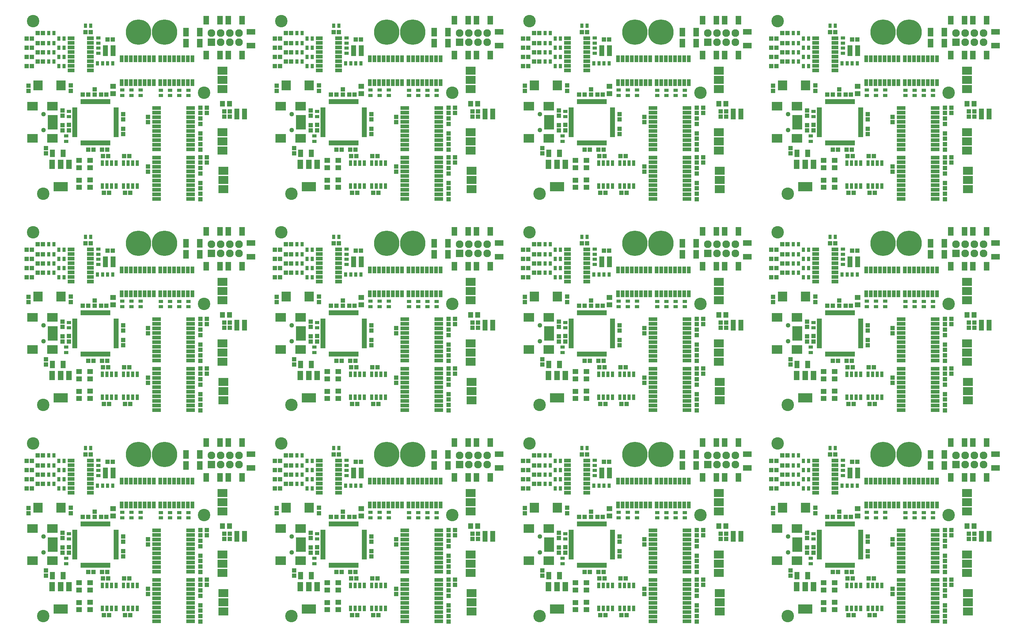
<source format=gts>
G04 #@! TF.FileFunction,Soldermask,Top*
%FSLAX46Y46*%
G04 Gerber Fmt 4.6, Leading zero omitted, Abs format (unit mm)*
G04 Created by KiCad (PCBNEW 4.0.6) date Friday, 09 June 2017 'AMt' 10:28:24*
%MOMM*%
%LPD*%
G01*
G04 APERTURE LIST*
%ADD10C,0.100000*%
%ADD11C,3.448000*%
%ADD12R,1.200000X1.150000*%
%ADD13R,1.150000X1.200000*%
%ADD14R,1.197560X1.197560*%
%ADD15R,2.400000X1.650000*%
%ADD16R,1.650000X2.400000*%
%ADD17R,1.650000X1.400000*%
%ADD18R,1.400000X1.650000*%
%ADD19R,2.701240X0.900380*%
%ADD20R,2.899360X2.398980*%
%ADD21C,1.299160*%
%ADD22R,2.686000X2.178000*%
%ADD23R,2.127200X2.127200*%
%ADD24O,2.127200X2.127200*%
%ADD25C,7.004000*%
%ADD26R,0.900000X1.300000*%
%ADD27R,1.300000X0.900000*%
%ADD28R,1.900000X1.000000*%
%ADD29R,1.460000X1.050000*%
%ADD30R,0.908000X1.543000*%
%ADD31R,1.000000X1.900000*%
%ADD32R,2.350000X1.000000*%
%ADD33R,2.599640X2.800300*%
%ADD34R,1.400000X2.000000*%
%ADD35R,1.400000X0.650000*%
%ADD36R,0.650000X1.400000*%
%ADD37R,1.600000X2.600000*%
%ADD38R,3.900000X2.600000*%
G04 APERTURE END LIST*
D10*
D11*
X143002000Y-167386000D03*
X187452000Y-139446000D03*
D12*
X153948000Y-139954000D03*
X155448000Y-139954000D03*
D13*
X148336000Y-148348000D03*
X148336000Y-149848000D03*
X165100000Y-149364000D03*
X165100000Y-150864000D03*
D12*
X155460000Y-155194000D03*
X156960000Y-155194000D03*
D13*
X165100000Y-146800000D03*
X165100000Y-145300000D03*
X157226000Y-139942000D03*
X157226000Y-138442000D03*
X150114000Y-148336000D03*
X150114000Y-149836000D03*
X148336000Y-145796000D03*
X148336000Y-144296000D03*
X143764000Y-156198000D03*
X143764000Y-154698000D03*
X150622000Y-137414000D03*
X150622000Y-138914000D03*
D12*
X156198000Y-122682000D03*
X154698000Y-122682000D03*
X162294000Y-124714000D03*
X160794000Y-124714000D03*
D13*
X193040000Y-144538000D03*
X193040000Y-146038000D03*
X194564000Y-146038000D03*
X194564000Y-144538000D03*
D12*
X159524000Y-156972000D03*
X161024000Y-156972000D03*
X159778000Y-167132000D03*
X161278000Y-167132000D03*
X165366000Y-156972000D03*
X166866000Y-156972000D03*
X165620000Y-167132000D03*
X167120000Y-167132000D03*
D13*
X171958000Y-147562000D03*
X171958000Y-146062000D03*
X171958000Y-161278000D03*
X171958000Y-159778000D03*
X186436000Y-143534000D03*
X186436000Y-145034000D03*
X186436000Y-148058000D03*
X186436000Y-146558000D03*
X186436000Y-150646000D03*
X186436000Y-152146000D03*
X186436000Y-155170000D03*
X186436000Y-153670000D03*
X186436000Y-157250000D03*
X186436000Y-158750000D03*
X186436000Y-161774000D03*
X186436000Y-160274000D03*
X186436000Y-164350000D03*
X186436000Y-165850000D03*
X186436000Y-168886000D03*
X186436000Y-167386000D03*
X188214000Y-145034000D03*
X188214000Y-143534000D03*
X188214000Y-158750000D03*
X188214000Y-157250000D03*
D14*
X142989300Y-122936000D03*
X141490700Y-122936000D03*
X139941300Y-124460000D03*
X138442700Y-124460000D03*
X142989300Y-125730000D03*
X141490700Y-125730000D03*
X139941300Y-127000000D03*
X138442700Y-127000000D03*
X142989300Y-128270000D03*
X141490700Y-128270000D03*
X139941300Y-129540000D03*
X138442700Y-129540000D03*
X142989300Y-130810000D03*
X141490700Y-130810000D03*
X139941300Y-132080000D03*
X138442700Y-132080000D03*
D15*
X200406000Y-122585000D03*
X200406000Y-126335000D03*
D16*
X197963000Y-129032000D03*
X194213000Y-129032000D03*
X188117000Y-129032000D03*
X191867000Y-129032000D03*
X182529000Y-125730000D03*
X186279000Y-125730000D03*
X197963000Y-119380000D03*
X194213000Y-119380000D03*
X188117000Y-119380000D03*
X191867000Y-119380000D03*
X182529000Y-122682000D03*
X186279000Y-122682000D03*
D17*
X152908000Y-165592000D03*
X152908000Y-163592000D03*
X155956000Y-165576000D03*
X155956000Y-163576000D03*
D18*
X194548000Y-142494000D03*
X192548000Y-142494000D03*
D19*
X145689320Y-145973800D03*
X145689320Y-146773900D03*
X145689320Y-147574000D03*
X145689320Y-148374100D03*
X145689320Y-149174200D03*
D20*
X145590260Y-143123920D03*
X140091160Y-143123920D03*
X145590260Y-152024080D03*
X140091160Y-152024080D03*
D21*
X143090900Y-145374360D03*
X143090900Y-149773640D03*
D22*
X192532000Y-138430000D03*
X192532000Y-135890000D03*
X192532000Y-133350000D03*
D23*
X189484000Y-125476000D03*
D24*
X189484000Y-122936000D03*
X192024000Y-125476000D03*
X192024000Y-122936000D03*
X194564000Y-125476000D03*
X194564000Y-122936000D03*
X197104000Y-125476000D03*
X197104000Y-122936000D03*
D25*
X176555400Y-122682000D03*
X169392600Y-122682000D03*
D22*
X192532000Y-155448000D03*
X192532000Y-152908000D03*
X192532000Y-150368000D03*
X192786000Y-166116000D03*
X192786000Y-163576000D03*
X192786000Y-161036000D03*
D26*
X144538000Y-122936000D03*
X146038000Y-122936000D03*
X147332000Y-124460000D03*
X148832000Y-124460000D03*
X144538000Y-125730000D03*
X146038000Y-125730000D03*
X147332000Y-127000000D03*
X148832000Y-127000000D03*
X144538000Y-128270000D03*
X146038000Y-128270000D03*
X147332000Y-129540000D03*
X148832000Y-129540000D03*
X144538000Y-130810000D03*
X146038000Y-130810000D03*
X147332000Y-132080000D03*
X148832000Y-132080000D03*
X154698000Y-120904000D03*
X156198000Y-120904000D03*
D27*
X158242000Y-125718000D03*
X158242000Y-124218000D03*
D26*
X158000000Y-131318000D03*
X159500000Y-131318000D03*
X162294000Y-131318000D03*
X160794000Y-131318000D03*
D27*
X158242000Y-128524000D03*
X158242000Y-127024000D03*
X150114000Y-144538000D03*
X150114000Y-146038000D03*
X149352000Y-152884000D03*
X149352000Y-151384000D03*
X183134000Y-140196000D03*
X183134000Y-138696000D03*
X164846000Y-140184000D03*
X164846000Y-138684000D03*
X167386000Y-140184000D03*
X167386000Y-138684000D03*
X169926000Y-140184000D03*
X169926000Y-138684000D03*
X175514000Y-140196000D03*
X175514000Y-138696000D03*
X178054000Y-140196000D03*
X178054000Y-138696000D03*
X180594000Y-140196000D03*
X180594000Y-138696000D03*
D28*
X150716000Y-124333000D03*
X150716000Y-125603000D03*
X150716000Y-126873000D03*
X150716000Y-128143000D03*
X150716000Y-129413000D03*
X150716000Y-130683000D03*
X150716000Y-131953000D03*
X150716000Y-133223000D03*
X156116000Y-133223000D03*
X156116000Y-131953000D03*
X156116000Y-130683000D03*
X156116000Y-129413000D03*
X156116000Y-128143000D03*
X156116000Y-126873000D03*
X156116000Y-125603000D03*
X156116000Y-124333000D03*
D29*
X196512000Y-144338000D03*
X196512000Y-145288000D03*
X196512000Y-146238000D03*
X198712000Y-146238000D03*
X198712000Y-144338000D03*
X198712000Y-145288000D03*
D30*
X159385000Y-158877000D03*
X160655000Y-158877000D03*
X161925000Y-158877000D03*
X163195000Y-158877000D03*
X163195000Y-165227000D03*
X161925000Y-165227000D03*
X160655000Y-165227000D03*
X159385000Y-165227000D03*
X165227000Y-158877000D03*
X166497000Y-158877000D03*
X167767000Y-158877000D03*
X169037000Y-158877000D03*
X169037000Y-165227000D03*
X167767000Y-165227000D03*
X166497000Y-165227000D03*
X165227000Y-165227000D03*
D31*
X175387000Y-136650000D03*
X176657000Y-136650000D03*
X177927000Y-136650000D03*
X179197000Y-136650000D03*
X180467000Y-136650000D03*
X181737000Y-136650000D03*
X183007000Y-136650000D03*
X184277000Y-136650000D03*
X184277000Y-130050000D03*
X183007000Y-130050000D03*
X181737000Y-130050000D03*
X180467000Y-130050000D03*
X179197000Y-130050000D03*
X177927000Y-130050000D03*
X176657000Y-130050000D03*
X175387000Y-130050000D03*
X164719000Y-136650000D03*
X165989000Y-136650000D03*
X167259000Y-136650000D03*
X168529000Y-136650000D03*
X169799000Y-136650000D03*
X171069000Y-136650000D03*
X172339000Y-136650000D03*
X173609000Y-136650000D03*
X173609000Y-130050000D03*
X172339000Y-130050000D03*
X171069000Y-130050000D03*
X169799000Y-130050000D03*
X168529000Y-130050000D03*
X167259000Y-130050000D03*
X165989000Y-130050000D03*
X164719000Y-130050000D03*
D32*
X174370000Y-143637000D03*
X174370000Y-144907000D03*
X174370000Y-146177000D03*
X174370000Y-147447000D03*
X174370000Y-148717000D03*
X174370000Y-149987000D03*
X174370000Y-151257000D03*
X174370000Y-152527000D03*
X174370000Y-153797000D03*
X174370000Y-155067000D03*
X183770000Y-155067000D03*
X183770000Y-153797000D03*
X183770000Y-152527000D03*
X183770000Y-151257000D03*
X183770000Y-149987000D03*
X183770000Y-148717000D03*
X183770000Y-147447000D03*
X183770000Y-146177000D03*
X183770000Y-144907000D03*
X183770000Y-143637000D03*
X174370000Y-157353000D03*
X174370000Y-158623000D03*
X174370000Y-159893000D03*
X174370000Y-161163000D03*
X174370000Y-162433000D03*
X174370000Y-163703000D03*
X174370000Y-164973000D03*
X174370000Y-166243000D03*
X174370000Y-167513000D03*
X174370000Y-168783000D03*
X183770000Y-168783000D03*
X183770000Y-167513000D03*
X183770000Y-166243000D03*
X183770000Y-164973000D03*
X183770000Y-163703000D03*
X183770000Y-162433000D03*
X183770000Y-161163000D03*
X183770000Y-159893000D03*
X183770000Y-158623000D03*
X183770000Y-157353000D03*
D33*
X147929600Y-137414000D03*
X141630400Y-137414000D03*
D12*
X160770000Y-155194000D03*
X159270000Y-155194000D03*
D34*
X145566000Y-156210000D03*
X148566000Y-156210000D03*
D12*
X160504000Y-139954000D03*
X159004000Y-139954000D03*
D13*
X138938000Y-137426000D03*
X138938000Y-138926000D03*
D35*
X151780000Y-143824000D03*
X151780000Y-144324000D03*
X151780000Y-144824000D03*
X151780000Y-145324000D03*
X151780000Y-145824000D03*
X151780000Y-146324000D03*
X151780000Y-146824000D03*
X151780000Y-147324000D03*
X151780000Y-147824000D03*
X151780000Y-148324000D03*
X151780000Y-148824000D03*
X151780000Y-149324000D03*
X151780000Y-149824000D03*
X151780000Y-150324000D03*
X151780000Y-150824000D03*
X151780000Y-151324000D03*
D36*
X153730000Y-153274000D03*
X154230000Y-153274000D03*
X154730000Y-153274000D03*
X155230000Y-153274000D03*
X155730000Y-153274000D03*
X156230000Y-153274000D03*
X156730000Y-153274000D03*
X157230000Y-153274000D03*
X157730000Y-153274000D03*
X158230000Y-153274000D03*
X158730000Y-153274000D03*
X159230000Y-153274000D03*
X159730000Y-153274000D03*
X160230000Y-153274000D03*
X160730000Y-153274000D03*
X161230000Y-153274000D03*
D35*
X163180000Y-151324000D03*
X163180000Y-150824000D03*
X163180000Y-150324000D03*
X163180000Y-149824000D03*
X163180000Y-149324000D03*
X163180000Y-148824000D03*
X163180000Y-148324000D03*
X163180000Y-147824000D03*
X163180000Y-147324000D03*
X163180000Y-146824000D03*
X163180000Y-146324000D03*
X163180000Y-145824000D03*
X163180000Y-145324000D03*
X163180000Y-144824000D03*
X163180000Y-144324000D03*
X163180000Y-143824000D03*
D36*
X161230000Y-141874000D03*
X160730000Y-141874000D03*
X160230000Y-141874000D03*
X159730000Y-141874000D03*
X159230000Y-141874000D03*
X158730000Y-141874000D03*
X158230000Y-141874000D03*
X157730000Y-141874000D03*
X157230000Y-141874000D03*
X156730000Y-141874000D03*
X156230000Y-141874000D03*
X155730000Y-141874000D03*
X155230000Y-141874000D03*
X154730000Y-141874000D03*
X154230000Y-141874000D03*
X153730000Y-141874000D03*
D29*
X160190000Y-126812000D03*
X160190000Y-127762000D03*
X160190000Y-128712000D03*
X162390000Y-128712000D03*
X162390000Y-126812000D03*
X162390000Y-127762000D03*
D37*
X150128000Y-159206000D03*
X147828000Y-159206000D03*
X145528000Y-159206000D03*
D38*
X147828000Y-165406000D03*
D11*
X140208000Y-119634000D03*
D17*
X152908000Y-160131000D03*
X152908000Y-158131000D03*
X155956000Y-160131000D03*
X155956000Y-158131000D03*
X162306000Y-139660000D03*
X162306000Y-137660000D03*
X93726000Y-139660000D03*
X93726000Y-137660000D03*
X87376000Y-160131000D03*
X87376000Y-158131000D03*
X84328000Y-160131000D03*
X84328000Y-158131000D03*
D11*
X71628000Y-119634000D03*
D37*
X81548000Y-159206000D03*
X79248000Y-159206000D03*
X76948000Y-159206000D03*
D38*
X79248000Y-165406000D03*
D29*
X91610000Y-126812000D03*
X91610000Y-127762000D03*
X91610000Y-128712000D03*
X93810000Y-128712000D03*
X93810000Y-126812000D03*
X93810000Y-127762000D03*
D35*
X83200000Y-143824000D03*
X83200000Y-144324000D03*
X83200000Y-144824000D03*
X83200000Y-145324000D03*
X83200000Y-145824000D03*
X83200000Y-146324000D03*
X83200000Y-146824000D03*
X83200000Y-147324000D03*
X83200000Y-147824000D03*
X83200000Y-148324000D03*
X83200000Y-148824000D03*
X83200000Y-149324000D03*
X83200000Y-149824000D03*
X83200000Y-150324000D03*
X83200000Y-150824000D03*
X83200000Y-151324000D03*
D36*
X85150000Y-153274000D03*
X85650000Y-153274000D03*
X86150000Y-153274000D03*
X86650000Y-153274000D03*
X87150000Y-153274000D03*
X87650000Y-153274000D03*
X88150000Y-153274000D03*
X88650000Y-153274000D03*
X89150000Y-153274000D03*
X89650000Y-153274000D03*
X90150000Y-153274000D03*
X90650000Y-153274000D03*
X91150000Y-153274000D03*
X91650000Y-153274000D03*
X92150000Y-153274000D03*
X92650000Y-153274000D03*
D35*
X94600000Y-151324000D03*
X94600000Y-150824000D03*
X94600000Y-150324000D03*
X94600000Y-149824000D03*
X94600000Y-149324000D03*
X94600000Y-148824000D03*
X94600000Y-148324000D03*
X94600000Y-147824000D03*
X94600000Y-147324000D03*
X94600000Y-146824000D03*
X94600000Y-146324000D03*
X94600000Y-145824000D03*
X94600000Y-145324000D03*
X94600000Y-144824000D03*
X94600000Y-144324000D03*
X94600000Y-143824000D03*
D36*
X92650000Y-141874000D03*
X92150000Y-141874000D03*
X91650000Y-141874000D03*
X91150000Y-141874000D03*
X90650000Y-141874000D03*
X90150000Y-141874000D03*
X89650000Y-141874000D03*
X89150000Y-141874000D03*
X88650000Y-141874000D03*
X88150000Y-141874000D03*
X87650000Y-141874000D03*
X87150000Y-141874000D03*
X86650000Y-141874000D03*
X86150000Y-141874000D03*
X85650000Y-141874000D03*
X85150000Y-141874000D03*
D13*
X70358000Y-137426000D03*
X70358000Y-138926000D03*
D12*
X91924000Y-139954000D03*
X90424000Y-139954000D03*
D34*
X76986000Y-156210000D03*
X79986000Y-156210000D03*
D12*
X92190000Y-155194000D03*
X90690000Y-155194000D03*
D33*
X79349600Y-137414000D03*
X73050400Y-137414000D03*
D32*
X105790000Y-157353000D03*
X105790000Y-158623000D03*
X105790000Y-159893000D03*
X105790000Y-161163000D03*
X105790000Y-162433000D03*
X105790000Y-163703000D03*
X105790000Y-164973000D03*
X105790000Y-166243000D03*
X105790000Y-167513000D03*
X105790000Y-168783000D03*
X115190000Y-168783000D03*
X115190000Y-167513000D03*
X115190000Y-166243000D03*
X115190000Y-164973000D03*
X115190000Y-163703000D03*
X115190000Y-162433000D03*
X115190000Y-161163000D03*
X115190000Y-159893000D03*
X115190000Y-158623000D03*
X115190000Y-157353000D03*
X105790000Y-143637000D03*
X105790000Y-144907000D03*
X105790000Y-146177000D03*
X105790000Y-147447000D03*
X105790000Y-148717000D03*
X105790000Y-149987000D03*
X105790000Y-151257000D03*
X105790000Y-152527000D03*
X105790000Y-153797000D03*
X105790000Y-155067000D03*
X115190000Y-155067000D03*
X115190000Y-153797000D03*
X115190000Y-152527000D03*
X115190000Y-151257000D03*
X115190000Y-149987000D03*
X115190000Y-148717000D03*
X115190000Y-147447000D03*
X115190000Y-146177000D03*
X115190000Y-144907000D03*
X115190000Y-143637000D03*
D31*
X96139000Y-136650000D03*
X97409000Y-136650000D03*
X98679000Y-136650000D03*
X99949000Y-136650000D03*
X101219000Y-136650000D03*
X102489000Y-136650000D03*
X103759000Y-136650000D03*
X105029000Y-136650000D03*
X105029000Y-130050000D03*
X103759000Y-130050000D03*
X102489000Y-130050000D03*
X101219000Y-130050000D03*
X99949000Y-130050000D03*
X98679000Y-130050000D03*
X97409000Y-130050000D03*
X96139000Y-130050000D03*
X106807000Y-136650000D03*
X108077000Y-136650000D03*
X109347000Y-136650000D03*
X110617000Y-136650000D03*
X111887000Y-136650000D03*
X113157000Y-136650000D03*
X114427000Y-136650000D03*
X115697000Y-136650000D03*
X115697000Y-130050000D03*
X114427000Y-130050000D03*
X113157000Y-130050000D03*
X111887000Y-130050000D03*
X110617000Y-130050000D03*
X109347000Y-130050000D03*
X108077000Y-130050000D03*
X106807000Y-130050000D03*
D30*
X96647000Y-158877000D03*
X97917000Y-158877000D03*
X99187000Y-158877000D03*
X100457000Y-158877000D03*
X100457000Y-165227000D03*
X99187000Y-165227000D03*
X97917000Y-165227000D03*
X96647000Y-165227000D03*
X90805000Y-158877000D03*
X92075000Y-158877000D03*
X93345000Y-158877000D03*
X94615000Y-158877000D03*
X94615000Y-165227000D03*
X93345000Y-165227000D03*
X92075000Y-165227000D03*
X90805000Y-165227000D03*
D29*
X127932000Y-144338000D03*
X127932000Y-145288000D03*
X127932000Y-146238000D03*
X130132000Y-146238000D03*
X130132000Y-144338000D03*
X130132000Y-145288000D03*
D28*
X82136000Y-124333000D03*
X82136000Y-125603000D03*
X82136000Y-126873000D03*
X82136000Y-128143000D03*
X82136000Y-129413000D03*
X82136000Y-130683000D03*
X82136000Y-131953000D03*
X82136000Y-133223000D03*
X87536000Y-133223000D03*
X87536000Y-131953000D03*
X87536000Y-130683000D03*
X87536000Y-129413000D03*
X87536000Y-128143000D03*
X87536000Y-126873000D03*
X87536000Y-125603000D03*
X87536000Y-124333000D03*
D27*
X112014000Y-140196000D03*
X112014000Y-138696000D03*
X109474000Y-140196000D03*
X109474000Y-138696000D03*
X106934000Y-140196000D03*
X106934000Y-138696000D03*
X101346000Y-140184000D03*
X101346000Y-138684000D03*
X98806000Y-140184000D03*
X98806000Y-138684000D03*
X96266000Y-140184000D03*
X96266000Y-138684000D03*
X114554000Y-140196000D03*
X114554000Y-138696000D03*
X80772000Y-152884000D03*
X80772000Y-151384000D03*
X81534000Y-144538000D03*
X81534000Y-146038000D03*
X89662000Y-128524000D03*
X89662000Y-127024000D03*
D26*
X93714000Y-131318000D03*
X92214000Y-131318000D03*
X89420000Y-131318000D03*
X90920000Y-131318000D03*
D27*
X89662000Y-125718000D03*
X89662000Y-124218000D03*
D26*
X86118000Y-120904000D03*
X87618000Y-120904000D03*
X78752000Y-132080000D03*
X80252000Y-132080000D03*
X75958000Y-130810000D03*
X77458000Y-130810000D03*
X78752000Y-129540000D03*
X80252000Y-129540000D03*
X75958000Y-128270000D03*
X77458000Y-128270000D03*
X78752000Y-127000000D03*
X80252000Y-127000000D03*
X75958000Y-125730000D03*
X77458000Y-125730000D03*
X78752000Y-124460000D03*
X80252000Y-124460000D03*
X75958000Y-122936000D03*
X77458000Y-122936000D03*
D22*
X124206000Y-166116000D03*
X124206000Y-163576000D03*
X124206000Y-161036000D03*
X123952000Y-155448000D03*
X123952000Y-152908000D03*
X123952000Y-150368000D03*
D25*
X107975400Y-122682000D03*
X100812600Y-122682000D03*
D23*
X120904000Y-125476000D03*
D24*
X120904000Y-122936000D03*
X123444000Y-125476000D03*
X123444000Y-122936000D03*
X125984000Y-125476000D03*
X125984000Y-122936000D03*
X128524000Y-125476000D03*
X128524000Y-122936000D03*
D22*
X123952000Y-138430000D03*
X123952000Y-135890000D03*
X123952000Y-133350000D03*
D19*
X77109320Y-145973800D03*
X77109320Y-146773900D03*
X77109320Y-147574000D03*
X77109320Y-148374100D03*
X77109320Y-149174200D03*
D20*
X77010260Y-143123920D03*
X71511160Y-143123920D03*
X77010260Y-152024080D03*
X71511160Y-152024080D03*
D21*
X74510900Y-145374360D03*
X74510900Y-149773640D03*
D18*
X125968000Y-142494000D03*
X123968000Y-142494000D03*
D17*
X87376000Y-165576000D03*
X87376000Y-163576000D03*
X84328000Y-165592000D03*
X84328000Y-163592000D03*
D16*
X113949000Y-122682000D03*
X117699000Y-122682000D03*
X119537000Y-119380000D03*
X123287000Y-119380000D03*
X129383000Y-119380000D03*
X125633000Y-119380000D03*
X113949000Y-125730000D03*
X117699000Y-125730000D03*
X119537000Y-129032000D03*
X123287000Y-129032000D03*
X129383000Y-129032000D03*
X125633000Y-129032000D03*
D15*
X131826000Y-122585000D03*
X131826000Y-126335000D03*
D14*
X71361300Y-132080000D03*
X69862700Y-132080000D03*
X74409300Y-130810000D03*
X72910700Y-130810000D03*
X71361300Y-129540000D03*
X69862700Y-129540000D03*
X74409300Y-128270000D03*
X72910700Y-128270000D03*
X71361300Y-127000000D03*
X69862700Y-127000000D03*
X74409300Y-125730000D03*
X72910700Y-125730000D03*
X71361300Y-124460000D03*
X69862700Y-124460000D03*
X74409300Y-122936000D03*
X72910700Y-122936000D03*
D13*
X119634000Y-158750000D03*
X119634000Y-157250000D03*
X119634000Y-145034000D03*
X119634000Y-143534000D03*
X117856000Y-168886000D03*
X117856000Y-167386000D03*
X117856000Y-164350000D03*
X117856000Y-165850000D03*
X117856000Y-161774000D03*
X117856000Y-160274000D03*
X117856000Y-157250000D03*
X117856000Y-158750000D03*
X117856000Y-155170000D03*
X117856000Y-153670000D03*
X117856000Y-150646000D03*
X117856000Y-152146000D03*
X117856000Y-148058000D03*
X117856000Y-146558000D03*
X117856000Y-143534000D03*
X117856000Y-145034000D03*
X103378000Y-161278000D03*
X103378000Y-159778000D03*
X103378000Y-147562000D03*
X103378000Y-146062000D03*
D12*
X97040000Y-167132000D03*
X98540000Y-167132000D03*
X96786000Y-156972000D03*
X98286000Y-156972000D03*
X91198000Y-167132000D03*
X92698000Y-167132000D03*
X90944000Y-156972000D03*
X92444000Y-156972000D03*
D13*
X125984000Y-146038000D03*
X125984000Y-144538000D03*
X124460000Y-144538000D03*
X124460000Y-146038000D03*
D12*
X93714000Y-124714000D03*
X92214000Y-124714000D03*
X87618000Y-122682000D03*
X86118000Y-122682000D03*
D13*
X82042000Y-137414000D03*
X82042000Y-138914000D03*
X75184000Y-156198000D03*
X75184000Y-154698000D03*
X79756000Y-145796000D03*
X79756000Y-144296000D03*
X81534000Y-148336000D03*
X81534000Y-149836000D03*
X88646000Y-139942000D03*
X88646000Y-138442000D03*
X96520000Y-146800000D03*
X96520000Y-145300000D03*
D12*
X86880000Y-155194000D03*
X88380000Y-155194000D03*
D13*
X96520000Y-149364000D03*
X96520000Y-150864000D03*
X79756000Y-148348000D03*
X79756000Y-149848000D03*
D12*
X85368000Y-139954000D03*
X86868000Y-139954000D03*
D11*
X118872000Y-139446000D03*
X74422000Y-167386000D03*
X5842000Y-167386000D03*
X50292000Y-139446000D03*
D12*
X16788000Y-139954000D03*
X18288000Y-139954000D03*
D13*
X11176000Y-148348000D03*
X11176000Y-149848000D03*
X27940000Y-149364000D03*
X27940000Y-150864000D03*
D12*
X18300000Y-155194000D03*
X19800000Y-155194000D03*
D13*
X27940000Y-146800000D03*
X27940000Y-145300000D03*
X20066000Y-139942000D03*
X20066000Y-138442000D03*
X12954000Y-148336000D03*
X12954000Y-149836000D03*
X11176000Y-145796000D03*
X11176000Y-144296000D03*
X6604000Y-156198000D03*
X6604000Y-154698000D03*
X13462000Y-137414000D03*
X13462000Y-138914000D03*
D12*
X19038000Y-122682000D03*
X17538000Y-122682000D03*
X25134000Y-124714000D03*
X23634000Y-124714000D03*
D13*
X55880000Y-144538000D03*
X55880000Y-146038000D03*
X57404000Y-146038000D03*
X57404000Y-144538000D03*
D12*
X22364000Y-156972000D03*
X23864000Y-156972000D03*
X22618000Y-167132000D03*
X24118000Y-167132000D03*
X28206000Y-156972000D03*
X29706000Y-156972000D03*
X28460000Y-167132000D03*
X29960000Y-167132000D03*
D13*
X34798000Y-147562000D03*
X34798000Y-146062000D03*
X34798000Y-161278000D03*
X34798000Y-159778000D03*
X49276000Y-143534000D03*
X49276000Y-145034000D03*
X49276000Y-148058000D03*
X49276000Y-146558000D03*
X49276000Y-150646000D03*
X49276000Y-152146000D03*
X49276000Y-155170000D03*
X49276000Y-153670000D03*
X49276000Y-157250000D03*
X49276000Y-158750000D03*
X49276000Y-161774000D03*
X49276000Y-160274000D03*
X49276000Y-164350000D03*
X49276000Y-165850000D03*
X49276000Y-168886000D03*
X49276000Y-167386000D03*
X51054000Y-145034000D03*
X51054000Y-143534000D03*
X51054000Y-158750000D03*
X51054000Y-157250000D03*
D14*
X5829300Y-122936000D03*
X4330700Y-122936000D03*
X2781300Y-124460000D03*
X1282700Y-124460000D03*
X5829300Y-125730000D03*
X4330700Y-125730000D03*
X2781300Y-127000000D03*
X1282700Y-127000000D03*
X5829300Y-128270000D03*
X4330700Y-128270000D03*
X2781300Y-129540000D03*
X1282700Y-129540000D03*
X5829300Y-130810000D03*
X4330700Y-130810000D03*
X2781300Y-132080000D03*
X1282700Y-132080000D03*
D15*
X63246000Y-122585000D03*
X63246000Y-126335000D03*
D16*
X60803000Y-129032000D03*
X57053000Y-129032000D03*
X50957000Y-129032000D03*
X54707000Y-129032000D03*
X45369000Y-125730000D03*
X49119000Y-125730000D03*
X60803000Y-119380000D03*
X57053000Y-119380000D03*
X50957000Y-119380000D03*
X54707000Y-119380000D03*
X45369000Y-122682000D03*
X49119000Y-122682000D03*
D17*
X15748000Y-165592000D03*
X15748000Y-163592000D03*
X18796000Y-165576000D03*
X18796000Y-163576000D03*
D18*
X57388000Y-142494000D03*
X55388000Y-142494000D03*
D19*
X8529320Y-145973800D03*
X8529320Y-146773900D03*
X8529320Y-147574000D03*
X8529320Y-148374100D03*
X8529320Y-149174200D03*
D20*
X8430260Y-143123920D03*
X2931160Y-143123920D03*
X8430260Y-152024080D03*
X2931160Y-152024080D03*
D21*
X5930900Y-145374360D03*
X5930900Y-149773640D03*
D22*
X55372000Y-138430000D03*
X55372000Y-135890000D03*
X55372000Y-133350000D03*
D23*
X52324000Y-125476000D03*
D24*
X52324000Y-122936000D03*
X54864000Y-125476000D03*
X54864000Y-122936000D03*
X57404000Y-125476000D03*
X57404000Y-122936000D03*
X59944000Y-125476000D03*
X59944000Y-122936000D03*
D25*
X39395400Y-122682000D03*
X32232600Y-122682000D03*
D22*
X55372000Y-155448000D03*
X55372000Y-152908000D03*
X55372000Y-150368000D03*
X55626000Y-166116000D03*
X55626000Y-163576000D03*
X55626000Y-161036000D03*
D26*
X7378000Y-122936000D03*
X8878000Y-122936000D03*
X10172000Y-124460000D03*
X11672000Y-124460000D03*
X7378000Y-125730000D03*
X8878000Y-125730000D03*
X10172000Y-127000000D03*
X11672000Y-127000000D03*
X7378000Y-128270000D03*
X8878000Y-128270000D03*
X10172000Y-129540000D03*
X11672000Y-129540000D03*
X7378000Y-130810000D03*
X8878000Y-130810000D03*
X10172000Y-132080000D03*
X11672000Y-132080000D03*
X17538000Y-120904000D03*
X19038000Y-120904000D03*
D27*
X21082000Y-125718000D03*
X21082000Y-124218000D03*
D26*
X20840000Y-131318000D03*
X22340000Y-131318000D03*
X25134000Y-131318000D03*
X23634000Y-131318000D03*
D27*
X21082000Y-128524000D03*
X21082000Y-127024000D03*
X12954000Y-144538000D03*
X12954000Y-146038000D03*
X12192000Y-152884000D03*
X12192000Y-151384000D03*
X45974000Y-140196000D03*
X45974000Y-138696000D03*
X27686000Y-140184000D03*
X27686000Y-138684000D03*
X30226000Y-140184000D03*
X30226000Y-138684000D03*
X32766000Y-140184000D03*
X32766000Y-138684000D03*
X38354000Y-140196000D03*
X38354000Y-138696000D03*
X40894000Y-140196000D03*
X40894000Y-138696000D03*
X43434000Y-140196000D03*
X43434000Y-138696000D03*
D28*
X13556000Y-124333000D03*
X13556000Y-125603000D03*
X13556000Y-126873000D03*
X13556000Y-128143000D03*
X13556000Y-129413000D03*
X13556000Y-130683000D03*
X13556000Y-131953000D03*
X13556000Y-133223000D03*
X18956000Y-133223000D03*
X18956000Y-131953000D03*
X18956000Y-130683000D03*
X18956000Y-129413000D03*
X18956000Y-128143000D03*
X18956000Y-126873000D03*
X18956000Y-125603000D03*
X18956000Y-124333000D03*
D29*
X59352000Y-144338000D03*
X59352000Y-145288000D03*
X59352000Y-146238000D03*
X61552000Y-146238000D03*
X61552000Y-144338000D03*
X61552000Y-145288000D03*
D30*
X22225000Y-158877000D03*
X23495000Y-158877000D03*
X24765000Y-158877000D03*
X26035000Y-158877000D03*
X26035000Y-165227000D03*
X24765000Y-165227000D03*
X23495000Y-165227000D03*
X22225000Y-165227000D03*
X28067000Y-158877000D03*
X29337000Y-158877000D03*
X30607000Y-158877000D03*
X31877000Y-158877000D03*
X31877000Y-165227000D03*
X30607000Y-165227000D03*
X29337000Y-165227000D03*
X28067000Y-165227000D03*
D31*
X38227000Y-136650000D03*
X39497000Y-136650000D03*
X40767000Y-136650000D03*
X42037000Y-136650000D03*
X43307000Y-136650000D03*
X44577000Y-136650000D03*
X45847000Y-136650000D03*
X47117000Y-136650000D03*
X47117000Y-130050000D03*
X45847000Y-130050000D03*
X44577000Y-130050000D03*
X43307000Y-130050000D03*
X42037000Y-130050000D03*
X40767000Y-130050000D03*
X39497000Y-130050000D03*
X38227000Y-130050000D03*
X27559000Y-136650000D03*
X28829000Y-136650000D03*
X30099000Y-136650000D03*
X31369000Y-136650000D03*
X32639000Y-136650000D03*
X33909000Y-136650000D03*
X35179000Y-136650000D03*
X36449000Y-136650000D03*
X36449000Y-130050000D03*
X35179000Y-130050000D03*
X33909000Y-130050000D03*
X32639000Y-130050000D03*
X31369000Y-130050000D03*
X30099000Y-130050000D03*
X28829000Y-130050000D03*
X27559000Y-130050000D03*
D32*
X37210000Y-143637000D03*
X37210000Y-144907000D03*
X37210000Y-146177000D03*
X37210000Y-147447000D03*
X37210000Y-148717000D03*
X37210000Y-149987000D03*
X37210000Y-151257000D03*
X37210000Y-152527000D03*
X37210000Y-153797000D03*
X37210000Y-155067000D03*
X46610000Y-155067000D03*
X46610000Y-153797000D03*
X46610000Y-152527000D03*
X46610000Y-151257000D03*
X46610000Y-149987000D03*
X46610000Y-148717000D03*
X46610000Y-147447000D03*
X46610000Y-146177000D03*
X46610000Y-144907000D03*
X46610000Y-143637000D03*
X37210000Y-157353000D03*
X37210000Y-158623000D03*
X37210000Y-159893000D03*
X37210000Y-161163000D03*
X37210000Y-162433000D03*
X37210000Y-163703000D03*
X37210000Y-164973000D03*
X37210000Y-166243000D03*
X37210000Y-167513000D03*
X37210000Y-168783000D03*
X46610000Y-168783000D03*
X46610000Y-167513000D03*
X46610000Y-166243000D03*
X46610000Y-164973000D03*
X46610000Y-163703000D03*
X46610000Y-162433000D03*
X46610000Y-161163000D03*
X46610000Y-159893000D03*
X46610000Y-158623000D03*
X46610000Y-157353000D03*
D33*
X10769600Y-137414000D03*
X4470400Y-137414000D03*
D12*
X23610000Y-155194000D03*
X22110000Y-155194000D03*
D34*
X8406000Y-156210000D03*
X11406000Y-156210000D03*
D12*
X23344000Y-139954000D03*
X21844000Y-139954000D03*
D13*
X1778000Y-137426000D03*
X1778000Y-138926000D03*
D35*
X14620000Y-143824000D03*
X14620000Y-144324000D03*
X14620000Y-144824000D03*
X14620000Y-145324000D03*
X14620000Y-145824000D03*
X14620000Y-146324000D03*
X14620000Y-146824000D03*
X14620000Y-147324000D03*
X14620000Y-147824000D03*
X14620000Y-148324000D03*
X14620000Y-148824000D03*
X14620000Y-149324000D03*
X14620000Y-149824000D03*
X14620000Y-150324000D03*
X14620000Y-150824000D03*
X14620000Y-151324000D03*
D36*
X16570000Y-153274000D03*
X17070000Y-153274000D03*
X17570000Y-153274000D03*
X18070000Y-153274000D03*
X18570000Y-153274000D03*
X19070000Y-153274000D03*
X19570000Y-153274000D03*
X20070000Y-153274000D03*
X20570000Y-153274000D03*
X21070000Y-153274000D03*
X21570000Y-153274000D03*
X22070000Y-153274000D03*
X22570000Y-153274000D03*
X23070000Y-153274000D03*
X23570000Y-153274000D03*
X24070000Y-153274000D03*
D35*
X26020000Y-151324000D03*
X26020000Y-150824000D03*
X26020000Y-150324000D03*
X26020000Y-149824000D03*
X26020000Y-149324000D03*
X26020000Y-148824000D03*
X26020000Y-148324000D03*
X26020000Y-147824000D03*
X26020000Y-147324000D03*
X26020000Y-146824000D03*
X26020000Y-146324000D03*
X26020000Y-145824000D03*
X26020000Y-145324000D03*
X26020000Y-144824000D03*
X26020000Y-144324000D03*
X26020000Y-143824000D03*
D36*
X24070000Y-141874000D03*
X23570000Y-141874000D03*
X23070000Y-141874000D03*
X22570000Y-141874000D03*
X22070000Y-141874000D03*
X21570000Y-141874000D03*
X21070000Y-141874000D03*
X20570000Y-141874000D03*
X20070000Y-141874000D03*
X19570000Y-141874000D03*
X19070000Y-141874000D03*
X18570000Y-141874000D03*
X18070000Y-141874000D03*
X17570000Y-141874000D03*
X17070000Y-141874000D03*
X16570000Y-141874000D03*
D29*
X23030000Y-126812000D03*
X23030000Y-127762000D03*
X23030000Y-128712000D03*
X25230000Y-128712000D03*
X25230000Y-126812000D03*
X25230000Y-127762000D03*
D37*
X12968000Y-159206000D03*
X10668000Y-159206000D03*
X8368000Y-159206000D03*
D38*
X10668000Y-165406000D03*
D11*
X3048000Y-119634000D03*
D17*
X15748000Y-160131000D03*
X15748000Y-158131000D03*
X18796000Y-160131000D03*
X18796000Y-158131000D03*
X25146000Y-139660000D03*
X25146000Y-137660000D03*
X230886000Y-139660000D03*
X230886000Y-137660000D03*
X224536000Y-160131000D03*
X224536000Y-158131000D03*
X221488000Y-160131000D03*
X221488000Y-158131000D03*
D11*
X208788000Y-119634000D03*
D37*
X218708000Y-159206000D03*
X216408000Y-159206000D03*
X214108000Y-159206000D03*
D38*
X216408000Y-165406000D03*
D29*
X228770000Y-126812000D03*
X228770000Y-127762000D03*
X228770000Y-128712000D03*
X230970000Y-128712000D03*
X230970000Y-126812000D03*
X230970000Y-127762000D03*
D35*
X220360000Y-143824000D03*
X220360000Y-144324000D03*
X220360000Y-144824000D03*
X220360000Y-145324000D03*
X220360000Y-145824000D03*
X220360000Y-146324000D03*
X220360000Y-146824000D03*
X220360000Y-147324000D03*
X220360000Y-147824000D03*
X220360000Y-148324000D03*
X220360000Y-148824000D03*
X220360000Y-149324000D03*
X220360000Y-149824000D03*
X220360000Y-150324000D03*
X220360000Y-150824000D03*
X220360000Y-151324000D03*
D36*
X222310000Y-153274000D03*
X222810000Y-153274000D03*
X223310000Y-153274000D03*
X223810000Y-153274000D03*
X224310000Y-153274000D03*
X224810000Y-153274000D03*
X225310000Y-153274000D03*
X225810000Y-153274000D03*
X226310000Y-153274000D03*
X226810000Y-153274000D03*
X227310000Y-153274000D03*
X227810000Y-153274000D03*
X228310000Y-153274000D03*
X228810000Y-153274000D03*
X229310000Y-153274000D03*
X229810000Y-153274000D03*
D35*
X231760000Y-151324000D03*
X231760000Y-150824000D03*
X231760000Y-150324000D03*
X231760000Y-149824000D03*
X231760000Y-149324000D03*
X231760000Y-148824000D03*
X231760000Y-148324000D03*
X231760000Y-147824000D03*
X231760000Y-147324000D03*
X231760000Y-146824000D03*
X231760000Y-146324000D03*
X231760000Y-145824000D03*
X231760000Y-145324000D03*
X231760000Y-144824000D03*
X231760000Y-144324000D03*
X231760000Y-143824000D03*
D36*
X229810000Y-141874000D03*
X229310000Y-141874000D03*
X228810000Y-141874000D03*
X228310000Y-141874000D03*
X227810000Y-141874000D03*
X227310000Y-141874000D03*
X226810000Y-141874000D03*
X226310000Y-141874000D03*
X225810000Y-141874000D03*
X225310000Y-141874000D03*
X224810000Y-141874000D03*
X224310000Y-141874000D03*
X223810000Y-141874000D03*
X223310000Y-141874000D03*
X222810000Y-141874000D03*
X222310000Y-141874000D03*
D13*
X207518000Y-137426000D03*
X207518000Y-138926000D03*
D12*
X229084000Y-139954000D03*
X227584000Y-139954000D03*
D34*
X214146000Y-156210000D03*
X217146000Y-156210000D03*
D12*
X229350000Y-155194000D03*
X227850000Y-155194000D03*
D33*
X216509600Y-137414000D03*
X210210400Y-137414000D03*
D32*
X242950000Y-157353000D03*
X242950000Y-158623000D03*
X242950000Y-159893000D03*
X242950000Y-161163000D03*
X242950000Y-162433000D03*
X242950000Y-163703000D03*
X242950000Y-164973000D03*
X242950000Y-166243000D03*
X242950000Y-167513000D03*
X242950000Y-168783000D03*
X252350000Y-168783000D03*
X252350000Y-167513000D03*
X252350000Y-166243000D03*
X252350000Y-164973000D03*
X252350000Y-163703000D03*
X252350000Y-162433000D03*
X252350000Y-161163000D03*
X252350000Y-159893000D03*
X252350000Y-158623000D03*
X252350000Y-157353000D03*
X242950000Y-143637000D03*
X242950000Y-144907000D03*
X242950000Y-146177000D03*
X242950000Y-147447000D03*
X242950000Y-148717000D03*
X242950000Y-149987000D03*
X242950000Y-151257000D03*
X242950000Y-152527000D03*
X242950000Y-153797000D03*
X242950000Y-155067000D03*
X252350000Y-155067000D03*
X252350000Y-153797000D03*
X252350000Y-152527000D03*
X252350000Y-151257000D03*
X252350000Y-149987000D03*
X252350000Y-148717000D03*
X252350000Y-147447000D03*
X252350000Y-146177000D03*
X252350000Y-144907000D03*
X252350000Y-143637000D03*
D31*
X233299000Y-136650000D03*
X234569000Y-136650000D03*
X235839000Y-136650000D03*
X237109000Y-136650000D03*
X238379000Y-136650000D03*
X239649000Y-136650000D03*
X240919000Y-136650000D03*
X242189000Y-136650000D03*
X242189000Y-130050000D03*
X240919000Y-130050000D03*
X239649000Y-130050000D03*
X238379000Y-130050000D03*
X237109000Y-130050000D03*
X235839000Y-130050000D03*
X234569000Y-130050000D03*
X233299000Y-130050000D03*
X243967000Y-136650000D03*
X245237000Y-136650000D03*
X246507000Y-136650000D03*
X247777000Y-136650000D03*
X249047000Y-136650000D03*
X250317000Y-136650000D03*
X251587000Y-136650000D03*
X252857000Y-136650000D03*
X252857000Y-130050000D03*
X251587000Y-130050000D03*
X250317000Y-130050000D03*
X249047000Y-130050000D03*
X247777000Y-130050000D03*
X246507000Y-130050000D03*
X245237000Y-130050000D03*
X243967000Y-130050000D03*
D30*
X233807000Y-158877000D03*
X235077000Y-158877000D03*
X236347000Y-158877000D03*
X237617000Y-158877000D03*
X237617000Y-165227000D03*
X236347000Y-165227000D03*
X235077000Y-165227000D03*
X233807000Y-165227000D03*
X227965000Y-158877000D03*
X229235000Y-158877000D03*
X230505000Y-158877000D03*
X231775000Y-158877000D03*
X231775000Y-165227000D03*
X230505000Y-165227000D03*
X229235000Y-165227000D03*
X227965000Y-165227000D03*
D29*
X265092000Y-144338000D03*
X265092000Y-145288000D03*
X265092000Y-146238000D03*
X267292000Y-146238000D03*
X267292000Y-144338000D03*
X267292000Y-145288000D03*
D28*
X219296000Y-124333000D03*
X219296000Y-125603000D03*
X219296000Y-126873000D03*
X219296000Y-128143000D03*
X219296000Y-129413000D03*
X219296000Y-130683000D03*
X219296000Y-131953000D03*
X219296000Y-133223000D03*
X224696000Y-133223000D03*
X224696000Y-131953000D03*
X224696000Y-130683000D03*
X224696000Y-129413000D03*
X224696000Y-128143000D03*
X224696000Y-126873000D03*
X224696000Y-125603000D03*
X224696000Y-124333000D03*
D27*
X249174000Y-140196000D03*
X249174000Y-138696000D03*
X246634000Y-140196000D03*
X246634000Y-138696000D03*
X244094000Y-140196000D03*
X244094000Y-138696000D03*
X238506000Y-140184000D03*
X238506000Y-138684000D03*
X235966000Y-140184000D03*
X235966000Y-138684000D03*
X233426000Y-140184000D03*
X233426000Y-138684000D03*
X251714000Y-140196000D03*
X251714000Y-138696000D03*
X217932000Y-152884000D03*
X217932000Y-151384000D03*
X218694000Y-144538000D03*
X218694000Y-146038000D03*
X226822000Y-128524000D03*
X226822000Y-127024000D03*
D26*
X230874000Y-131318000D03*
X229374000Y-131318000D03*
X226580000Y-131318000D03*
X228080000Y-131318000D03*
D27*
X226822000Y-125718000D03*
X226822000Y-124218000D03*
D26*
X223278000Y-120904000D03*
X224778000Y-120904000D03*
X215912000Y-132080000D03*
X217412000Y-132080000D03*
X213118000Y-130810000D03*
X214618000Y-130810000D03*
X215912000Y-129540000D03*
X217412000Y-129540000D03*
X213118000Y-128270000D03*
X214618000Y-128270000D03*
X215912000Y-127000000D03*
X217412000Y-127000000D03*
X213118000Y-125730000D03*
X214618000Y-125730000D03*
X215912000Y-124460000D03*
X217412000Y-124460000D03*
X213118000Y-122936000D03*
X214618000Y-122936000D03*
D22*
X261366000Y-166116000D03*
X261366000Y-163576000D03*
X261366000Y-161036000D03*
X261112000Y-155448000D03*
X261112000Y-152908000D03*
X261112000Y-150368000D03*
D25*
X245135400Y-122682000D03*
X237972600Y-122682000D03*
D23*
X258064000Y-125476000D03*
D24*
X258064000Y-122936000D03*
X260604000Y-125476000D03*
X260604000Y-122936000D03*
X263144000Y-125476000D03*
X263144000Y-122936000D03*
X265684000Y-125476000D03*
X265684000Y-122936000D03*
D22*
X261112000Y-138430000D03*
X261112000Y-135890000D03*
X261112000Y-133350000D03*
D19*
X214269320Y-145973800D03*
X214269320Y-146773900D03*
X214269320Y-147574000D03*
X214269320Y-148374100D03*
X214269320Y-149174200D03*
D20*
X214170260Y-143123920D03*
X208671160Y-143123920D03*
X214170260Y-152024080D03*
X208671160Y-152024080D03*
D21*
X211670900Y-145374360D03*
X211670900Y-149773640D03*
D18*
X263128000Y-142494000D03*
X261128000Y-142494000D03*
D17*
X224536000Y-165576000D03*
X224536000Y-163576000D03*
X221488000Y-165592000D03*
X221488000Y-163592000D03*
D16*
X251109000Y-122682000D03*
X254859000Y-122682000D03*
X256697000Y-119380000D03*
X260447000Y-119380000D03*
X266543000Y-119380000D03*
X262793000Y-119380000D03*
X251109000Y-125730000D03*
X254859000Y-125730000D03*
X256697000Y-129032000D03*
X260447000Y-129032000D03*
X266543000Y-129032000D03*
X262793000Y-129032000D03*
D15*
X268986000Y-122585000D03*
X268986000Y-126335000D03*
D14*
X208521300Y-132080000D03*
X207022700Y-132080000D03*
X211569300Y-130810000D03*
X210070700Y-130810000D03*
X208521300Y-129540000D03*
X207022700Y-129540000D03*
X211569300Y-128270000D03*
X210070700Y-128270000D03*
X208521300Y-127000000D03*
X207022700Y-127000000D03*
X211569300Y-125730000D03*
X210070700Y-125730000D03*
X208521300Y-124460000D03*
X207022700Y-124460000D03*
X211569300Y-122936000D03*
X210070700Y-122936000D03*
D13*
X256794000Y-158750000D03*
X256794000Y-157250000D03*
X256794000Y-145034000D03*
X256794000Y-143534000D03*
X255016000Y-168886000D03*
X255016000Y-167386000D03*
X255016000Y-164350000D03*
X255016000Y-165850000D03*
X255016000Y-161774000D03*
X255016000Y-160274000D03*
X255016000Y-157250000D03*
X255016000Y-158750000D03*
X255016000Y-155170000D03*
X255016000Y-153670000D03*
X255016000Y-150646000D03*
X255016000Y-152146000D03*
X255016000Y-148058000D03*
X255016000Y-146558000D03*
X255016000Y-143534000D03*
X255016000Y-145034000D03*
X240538000Y-161278000D03*
X240538000Y-159778000D03*
X240538000Y-147562000D03*
X240538000Y-146062000D03*
D12*
X234200000Y-167132000D03*
X235700000Y-167132000D03*
X233946000Y-156972000D03*
X235446000Y-156972000D03*
X228358000Y-167132000D03*
X229858000Y-167132000D03*
X228104000Y-156972000D03*
X229604000Y-156972000D03*
D13*
X263144000Y-146038000D03*
X263144000Y-144538000D03*
X261620000Y-144538000D03*
X261620000Y-146038000D03*
D12*
X230874000Y-124714000D03*
X229374000Y-124714000D03*
X224778000Y-122682000D03*
X223278000Y-122682000D03*
D13*
X219202000Y-137414000D03*
X219202000Y-138914000D03*
X212344000Y-156198000D03*
X212344000Y-154698000D03*
X216916000Y-145796000D03*
X216916000Y-144296000D03*
X218694000Y-148336000D03*
X218694000Y-149836000D03*
X225806000Y-139942000D03*
X225806000Y-138442000D03*
X233680000Y-146800000D03*
X233680000Y-145300000D03*
D12*
X224040000Y-155194000D03*
X225540000Y-155194000D03*
D13*
X233680000Y-149364000D03*
X233680000Y-150864000D03*
X216916000Y-148348000D03*
X216916000Y-149848000D03*
D12*
X222528000Y-139954000D03*
X224028000Y-139954000D03*
D11*
X256032000Y-139446000D03*
X211582000Y-167386000D03*
D17*
X230886000Y-22820000D03*
X230886000Y-20820000D03*
X224536000Y-43291000D03*
X224536000Y-41291000D03*
X221488000Y-43291000D03*
X221488000Y-41291000D03*
D11*
X208788000Y-2794000D03*
D37*
X218708000Y-42366000D03*
X216408000Y-42366000D03*
X214108000Y-42366000D03*
D38*
X216408000Y-48566000D03*
D29*
X228770000Y-9972000D03*
X228770000Y-10922000D03*
X228770000Y-11872000D03*
X230970000Y-11872000D03*
X230970000Y-9972000D03*
X230970000Y-10922000D03*
D35*
X220360000Y-26984000D03*
X220360000Y-27484000D03*
X220360000Y-27984000D03*
X220360000Y-28484000D03*
X220360000Y-28984000D03*
X220360000Y-29484000D03*
X220360000Y-29984000D03*
X220360000Y-30484000D03*
X220360000Y-30984000D03*
X220360000Y-31484000D03*
X220360000Y-31984000D03*
X220360000Y-32484000D03*
X220360000Y-32984000D03*
X220360000Y-33484000D03*
X220360000Y-33984000D03*
X220360000Y-34484000D03*
D36*
X222310000Y-36434000D03*
X222810000Y-36434000D03*
X223310000Y-36434000D03*
X223810000Y-36434000D03*
X224310000Y-36434000D03*
X224810000Y-36434000D03*
X225310000Y-36434000D03*
X225810000Y-36434000D03*
X226310000Y-36434000D03*
X226810000Y-36434000D03*
X227310000Y-36434000D03*
X227810000Y-36434000D03*
X228310000Y-36434000D03*
X228810000Y-36434000D03*
X229310000Y-36434000D03*
X229810000Y-36434000D03*
D35*
X231760000Y-34484000D03*
X231760000Y-33984000D03*
X231760000Y-33484000D03*
X231760000Y-32984000D03*
X231760000Y-32484000D03*
X231760000Y-31984000D03*
X231760000Y-31484000D03*
X231760000Y-30984000D03*
X231760000Y-30484000D03*
X231760000Y-29984000D03*
X231760000Y-29484000D03*
X231760000Y-28984000D03*
X231760000Y-28484000D03*
X231760000Y-27984000D03*
X231760000Y-27484000D03*
X231760000Y-26984000D03*
D36*
X229810000Y-25034000D03*
X229310000Y-25034000D03*
X228810000Y-25034000D03*
X228310000Y-25034000D03*
X227810000Y-25034000D03*
X227310000Y-25034000D03*
X226810000Y-25034000D03*
X226310000Y-25034000D03*
X225810000Y-25034000D03*
X225310000Y-25034000D03*
X224810000Y-25034000D03*
X224310000Y-25034000D03*
X223810000Y-25034000D03*
X223310000Y-25034000D03*
X222810000Y-25034000D03*
X222310000Y-25034000D03*
D13*
X207518000Y-20586000D03*
X207518000Y-22086000D03*
D12*
X229084000Y-23114000D03*
X227584000Y-23114000D03*
D34*
X214146000Y-39370000D03*
X217146000Y-39370000D03*
D12*
X229350000Y-38354000D03*
X227850000Y-38354000D03*
D33*
X216509600Y-20574000D03*
X210210400Y-20574000D03*
D32*
X242950000Y-40513000D03*
X242950000Y-41783000D03*
X242950000Y-43053000D03*
X242950000Y-44323000D03*
X242950000Y-45593000D03*
X242950000Y-46863000D03*
X242950000Y-48133000D03*
X242950000Y-49403000D03*
X242950000Y-50673000D03*
X242950000Y-51943000D03*
X252350000Y-51943000D03*
X252350000Y-50673000D03*
X252350000Y-49403000D03*
X252350000Y-48133000D03*
X252350000Y-46863000D03*
X252350000Y-45593000D03*
X252350000Y-44323000D03*
X252350000Y-43053000D03*
X252350000Y-41783000D03*
X252350000Y-40513000D03*
X242950000Y-26797000D03*
X242950000Y-28067000D03*
X242950000Y-29337000D03*
X242950000Y-30607000D03*
X242950000Y-31877000D03*
X242950000Y-33147000D03*
X242950000Y-34417000D03*
X242950000Y-35687000D03*
X242950000Y-36957000D03*
X242950000Y-38227000D03*
X252350000Y-38227000D03*
X252350000Y-36957000D03*
X252350000Y-35687000D03*
X252350000Y-34417000D03*
X252350000Y-33147000D03*
X252350000Y-31877000D03*
X252350000Y-30607000D03*
X252350000Y-29337000D03*
X252350000Y-28067000D03*
X252350000Y-26797000D03*
D31*
X233299000Y-19810000D03*
X234569000Y-19810000D03*
X235839000Y-19810000D03*
X237109000Y-19810000D03*
X238379000Y-19810000D03*
X239649000Y-19810000D03*
X240919000Y-19810000D03*
X242189000Y-19810000D03*
X242189000Y-13210000D03*
X240919000Y-13210000D03*
X239649000Y-13210000D03*
X238379000Y-13210000D03*
X237109000Y-13210000D03*
X235839000Y-13210000D03*
X234569000Y-13210000D03*
X233299000Y-13210000D03*
X243967000Y-19810000D03*
X245237000Y-19810000D03*
X246507000Y-19810000D03*
X247777000Y-19810000D03*
X249047000Y-19810000D03*
X250317000Y-19810000D03*
X251587000Y-19810000D03*
X252857000Y-19810000D03*
X252857000Y-13210000D03*
X251587000Y-13210000D03*
X250317000Y-13210000D03*
X249047000Y-13210000D03*
X247777000Y-13210000D03*
X246507000Y-13210000D03*
X245237000Y-13210000D03*
X243967000Y-13210000D03*
D30*
X233807000Y-42037000D03*
X235077000Y-42037000D03*
X236347000Y-42037000D03*
X237617000Y-42037000D03*
X237617000Y-48387000D03*
X236347000Y-48387000D03*
X235077000Y-48387000D03*
X233807000Y-48387000D03*
X227965000Y-42037000D03*
X229235000Y-42037000D03*
X230505000Y-42037000D03*
X231775000Y-42037000D03*
X231775000Y-48387000D03*
X230505000Y-48387000D03*
X229235000Y-48387000D03*
X227965000Y-48387000D03*
D29*
X265092000Y-27498000D03*
X265092000Y-28448000D03*
X265092000Y-29398000D03*
X267292000Y-29398000D03*
X267292000Y-27498000D03*
X267292000Y-28448000D03*
D28*
X219296000Y-7493000D03*
X219296000Y-8763000D03*
X219296000Y-10033000D03*
X219296000Y-11303000D03*
X219296000Y-12573000D03*
X219296000Y-13843000D03*
X219296000Y-15113000D03*
X219296000Y-16383000D03*
X224696000Y-16383000D03*
X224696000Y-15113000D03*
X224696000Y-13843000D03*
X224696000Y-12573000D03*
X224696000Y-11303000D03*
X224696000Y-10033000D03*
X224696000Y-8763000D03*
X224696000Y-7493000D03*
D27*
X249174000Y-23356000D03*
X249174000Y-21856000D03*
X246634000Y-23356000D03*
X246634000Y-21856000D03*
X244094000Y-23356000D03*
X244094000Y-21856000D03*
X238506000Y-23344000D03*
X238506000Y-21844000D03*
X235966000Y-23344000D03*
X235966000Y-21844000D03*
X233426000Y-23344000D03*
X233426000Y-21844000D03*
X251714000Y-23356000D03*
X251714000Y-21856000D03*
X217932000Y-36044000D03*
X217932000Y-34544000D03*
X218694000Y-27698000D03*
X218694000Y-29198000D03*
X226822000Y-11684000D03*
X226822000Y-10184000D03*
D26*
X230874000Y-14478000D03*
X229374000Y-14478000D03*
X226580000Y-14478000D03*
X228080000Y-14478000D03*
D27*
X226822000Y-8878000D03*
X226822000Y-7378000D03*
D26*
X223278000Y-4064000D03*
X224778000Y-4064000D03*
X215912000Y-15240000D03*
X217412000Y-15240000D03*
X213118000Y-13970000D03*
X214618000Y-13970000D03*
X215912000Y-12700000D03*
X217412000Y-12700000D03*
X213118000Y-11430000D03*
X214618000Y-11430000D03*
X215912000Y-10160000D03*
X217412000Y-10160000D03*
X213118000Y-8890000D03*
X214618000Y-8890000D03*
X215912000Y-7620000D03*
X217412000Y-7620000D03*
X213118000Y-6096000D03*
X214618000Y-6096000D03*
D22*
X261366000Y-49276000D03*
X261366000Y-46736000D03*
X261366000Y-44196000D03*
X261112000Y-38608000D03*
X261112000Y-36068000D03*
X261112000Y-33528000D03*
D25*
X245135400Y-5842000D03*
X237972600Y-5842000D03*
D23*
X258064000Y-8636000D03*
D24*
X258064000Y-6096000D03*
X260604000Y-8636000D03*
X260604000Y-6096000D03*
X263144000Y-8636000D03*
X263144000Y-6096000D03*
X265684000Y-8636000D03*
X265684000Y-6096000D03*
D22*
X261112000Y-21590000D03*
X261112000Y-19050000D03*
X261112000Y-16510000D03*
D19*
X214269320Y-29133800D03*
X214269320Y-29933900D03*
X214269320Y-30734000D03*
X214269320Y-31534100D03*
X214269320Y-32334200D03*
D20*
X214170260Y-26283920D03*
X208671160Y-26283920D03*
X214170260Y-35184080D03*
X208671160Y-35184080D03*
D21*
X211670900Y-28534360D03*
X211670900Y-32933640D03*
D18*
X263128000Y-25654000D03*
X261128000Y-25654000D03*
D17*
X224536000Y-48736000D03*
X224536000Y-46736000D03*
X221488000Y-48752000D03*
X221488000Y-46752000D03*
D16*
X251109000Y-5842000D03*
X254859000Y-5842000D03*
X256697000Y-2540000D03*
X260447000Y-2540000D03*
X266543000Y-2540000D03*
X262793000Y-2540000D03*
X251109000Y-8890000D03*
X254859000Y-8890000D03*
X256697000Y-12192000D03*
X260447000Y-12192000D03*
X266543000Y-12192000D03*
X262793000Y-12192000D03*
D15*
X268986000Y-5745000D03*
X268986000Y-9495000D03*
D14*
X208521300Y-15240000D03*
X207022700Y-15240000D03*
X211569300Y-13970000D03*
X210070700Y-13970000D03*
X208521300Y-12700000D03*
X207022700Y-12700000D03*
X211569300Y-11430000D03*
X210070700Y-11430000D03*
X208521300Y-10160000D03*
X207022700Y-10160000D03*
X211569300Y-8890000D03*
X210070700Y-8890000D03*
X208521300Y-7620000D03*
X207022700Y-7620000D03*
X211569300Y-6096000D03*
X210070700Y-6096000D03*
D13*
X256794000Y-41910000D03*
X256794000Y-40410000D03*
X256794000Y-28194000D03*
X256794000Y-26694000D03*
X255016000Y-52046000D03*
X255016000Y-50546000D03*
X255016000Y-47510000D03*
X255016000Y-49010000D03*
X255016000Y-44934000D03*
X255016000Y-43434000D03*
X255016000Y-40410000D03*
X255016000Y-41910000D03*
X255016000Y-38330000D03*
X255016000Y-36830000D03*
X255016000Y-33806000D03*
X255016000Y-35306000D03*
X255016000Y-31218000D03*
X255016000Y-29718000D03*
X255016000Y-26694000D03*
X255016000Y-28194000D03*
X240538000Y-44438000D03*
X240538000Y-42938000D03*
X240538000Y-30722000D03*
X240538000Y-29222000D03*
D12*
X234200000Y-50292000D03*
X235700000Y-50292000D03*
X233946000Y-40132000D03*
X235446000Y-40132000D03*
X228358000Y-50292000D03*
X229858000Y-50292000D03*
X228104000Y-40132000D03*
X229604000Y-40132000D03*
D13*
X263144000Y-29198000D03*
X263144000Y-27698000D03*
X261620000Y-27698000D03*
X261620000Y-29198000D03*
D12*
X230874000Y-7874000D03*
X229374000Y-7874000D03*
X224778000Y-5842000D03*
X223278000Y-5842000D03*
D13*
X219202000Y-20574000D03*
X219202000Y-22074000D03*
X212344000Y-39358000D03*
X212344000Y-37858000D03*
X216916000Y-28956000D03*
X216916000Y-27456000D03*
X218694000Y-31496000D03*
X218694000Y-32996000D03*
X225806000Y-23102000D03*
X225806000Y-21602000D03*
X233680000Y-29960000D03*
X233680000Y-28460000D03*
D12*
X224040000Y-38354000D03*
X225540000Y-38354000D03*
D13*
X233680000Y-32524000D03*
X233680000Y-34024000D03*
X216916000Y-31508000D03*
X216916000Y-33008000D03*
D12*
X222528000Y-23114000D03*
X224028000Y-23114000D03*
D11*
X256032000Y-22606000D03*
X211582000Y-50546000D03*
X211582000Y-108966000D03*
X256032000Y-81026000D03*
D12*
X222528000Y-81534000D03*
X224028000Y-81534000D03*
D13*
X216916000Y-89928000D03*
X216916000Y-91428000D03*
X233680000Y-90944000D03*
X233680000Y-92444000D03*
D12*
X224040000Y-96774000D03*
X225540000Y-96774000D03*
D13*
X233680000Y-88380000D03*
X233680000Y-86880000D03*
X225806000Y-81522000D03*
X225806000Y-80022000D03*
X218694000Y-89916000D03*
X218694000Y-91416000D03*
X216916000Y-87376000D03*
X216916000Y-85876000D03*
X212344000Y-97778000D03*
X212344000Y-96278000D03*
X219202000Y-78994000D03*
X219202000Y-80494000D03*
D12*
X224778000Y-64262000D03*
X223278000Y-64262000D03*
X230874000Y-66294000D03*
X229374000Y-66294000D03*
D13*
X261620000Y-86118000D03*
X261620000Y-87618000D03*
X263144000Y-87618000D03*
X263144000Y-86118000D03*
D12*
X228104000Y-98552000D03*
X229604000Y-98552000D03*
X228358000Y-108712000D03*
X229858000Y-108712000D03*
X233946000Y-98552000D03*
X235446000Y-98552000D03*
X234200000Y-108712000D03*
X235700000Y-108712000D03*
D13*
X240538000Y-89142000D03*
X240538000Y-87642000D03*
X240538000Y-102858000D03*
X240538000Y-101358000D03*
X255016000Y-85114000D03*
X255016000Y-86614000D03*
X255016000Y-89638000D03*
X255016000Y-88138000D03*
X255016000Y-92226000D03*
X255016000Y-93726000D03*
X255016000Y-96750000D03*
X255016000Y-95250000D03*
X255016000Y-98830000D03*
X255016000Y-100330000D03*
X255016000Y-103354000D03*
X255016000Y-101854000D03*
X255016000Y-105930000D03*
X255016000Y-107430000D03*
X255016000Y-110466000D03*
X255016000Y-108966000D03*
X256794000Y-86614000D03*
X256794000Y-85114000D03*
X256794000Y-100330000D03*
X256794000Y-98830000D03*
D14*
X211569300Y-64516000D03*
X210070700Y-64516000D03*
X208521300Y-66040000D03*
X207022700Y-66040000D03*
X211569300Y-67310000D03*
X210070700Y-67310000D03*
X208521300Y-68580000D03*
X207022700Y-68580000D03*
X211569300Y-69850000D03*
X210070700Y-69850000D03*
X208521300Y-71120000D03*
X207022700Y-71120000D03*
X211569300Y-72390000D03*
X210070700Y-72390000D03*
X208521300Y-73660000D03*
X207022700Y-73660000D03*
D15*
X268986000Y-64165000D03*
X268986000Y-67915000D03*
D16*
X266543000Y-70612000D03*
X262793000Y-70612000D03*
X256697000Y-70612000D03*
X260447000Y-70612000D03*
X251109000Y-67310000D03*
X254859000Y-67310000D03*
X266543000Y-60960000D03*
X262793000Y-60960000D03*
X256697000Y-60960000D03*
X260447000Y-60960000D03*
X251109000Y-64262000D03*
X254859000Y-64262000D03*
D17*
X221488000Y-107172000D03*
X221488000Y-105172000D03*
X224536000Y-107156000D03*
X224536000Y-105156000D03*
D18*
X263128000Y-84074000D03*
X261128000Y-84074000D03*
D19*
X214269320Y-87553800D03*
X214269320Y-88353900D03*
X214269320Y-89154000D03*
X214269320Y-89954100D03*
X214269320Y-90754200D03*
D20*
X214170260Y-84703920D03*
X208671160Y-84703920D03*
X214170260Y-93604080D03*
X208671160Y-93604080D03*
D21*
X211670900Y-86954360D03*
X211670900Y-91353640D03*
D22*
X261112000Y-80010000D03*
X261112000Y-77470000D03*
X261112000Y-74930000D03*
D23*
X258064000Y-67056000D03*
D24*
X258064000Y-64516000D03*
X260604000Y-67056000D03*
X260604000Y-64516000D03*
X263144000Y-67056000D03*
X263144000Y-64516000D03*
X265684000Y-67056000D03*
X265684000Y-64516000D03*
D25*
X245135400Y-64262000D03*
X237972600Y-64262000D03*
D22*
X261112000Y-97028000D03*
X261112000Y-94488000D03*
X261112000Y-91948000D03*
X261366000Y-107696000D03*
X261366000Y-105156000D03*
X261366000Y-102616000D03*
D26*
X213118000Y-64516000D03*
X214618000Y-64516000D03*
X215912000Y-66040000D03*
X217412000Y-66040000D03*
X213118000Y-67310000D03*
X214618000Y-67310000D03*
X215912000Y-68580000D03*
X217412000Y-68580000D03*
X213118000Y-69850000D03*
X214618000Y-69850000D03*
X215912000Y-71120000D03*
X217412000Y-71120000D03*
X213118000Y-72390000D03*
X214618000Y-72390000D03*
X215912000Y-73660000D03*
X217412000Y-73660000D03*
X223278000Y-62484000D03*
X224778000Y-62484000D03*
D27*
X226822000Y-67298000D03*
X226822000Y-65798000D03*
D26*
X226580000Y-72898000D03*
X228080000Y-72898000D03*
X230874000Y-72898000D03*
X229374000Y-72898000D03*
D27*
X226822000Y-70104000D03*
X226822000Y-68604000D03*
X218694000Y-86118000D03*
X218694000Y-87618000D03*
X217932000Y-94464000D03*
X217932000Y-92964000D03*
X251714000Y-81776000D03*
X251714000Y-80276000D03*
X233426000Y-81764000D03*
X233426000Y-80264000D03*
X235966000Y-81764000D03*
X235966000Y-80264000D03*
X238506000Y-81764000D03*
X238506000Y-80264000D03*
X244094000Y-81776000D03*
X244094000Y-80276000D03*
X246634000Y-81776000D03*
X246634000Y-80276000D03*
X249174000Y-81776000D03*
X249174000Y-80276000D03*
D28*
X219296000Y-65913000D03*
X219296000Y-67183000D03*
X219296000Y-68453000D03*
X219296000Y-69723000D03*
X219296000Y-70993000D03*
X219296000Y-72263000D03*
X219296000Y-73533000D03*
X219296000Y-74803000D03*
X224696000Y-74803000D03*
X224696000Y-73533000D03*
X224696000Y-72263000D03*
X224696000Y-70993000D03*
X224696000Y-69723000D03*
X224696000Y-68453000D03*
X224696000Y-67183000D03*
X224696000Y-65913000D03*
D29*
X265092000Y-85918000D03*
X265092000Y-86868000D03*
X265092000Y-87818000D03*
X267292000Y-87818000D03*
X267292000Y-85918000D03*
X267292000Y-86868000D03*
D30*
X227965000Y-100457000D03*
X229235000Y-100457000D03*
X230505000Y-100457000D03*
X231775000Y-100457000D03*
X231775000Y-106807000D03*
X230505000Y-106807000D03*
X229235000Y-106807000D03*
X227965000Y-106807000D03*
X233807000Y-100457000D03*
X235077000Y-100457000D03*
X236347000Y-100457000D03*
X237617000Y-100457000D03*
X237617000Y-106807000D03*
X236347000Y-106807000D03*
X235077000Y-106807000D03*
X233807000Y-106807000D03*
D31*
X243967000Y-78230000D03*
X245237000Y-78230000D03*
X246507000Y-78230000D03*
X247777000Y-78230000D03*
X249047000Y-78230000D03*
X250317000Y-78230000D03*
X251587000Y-78230000D03*
X252857000Y-78230000D03*
X252857000Y-71630000D03*
X251587000Y-71630000D03*
X250317000Y-71630000D03*
X249047000Y-71630000D03*
X247777000Y-71630000D03*
X246507000Y-71630000D03*
X245237000Y-71630000D03*
X243967000Y-71630000D03*
X233299000Y-78230000D03*
X234569000Y-78230000D03*
X235839000Y-78230000D03*
X237109000Y-78230000D03*
X238379000Y-78230000D03*
X239649000Y-78230000D03*
X240919000Y-78230000D03*
X242189000Y-78230000D03*
X242189000Y-71630000D03*
X240919000Y-71630000D03*
X239649000Y-71630000D03*
X238379000Y-71630000D03*
X237109000Y-71630000D03*
X235839000Y-71630000D03*
X234569000Y-71630000D03*
X233299000Y-71630000D03*
D32*
X242950000Y-85217000D03*
X242950000Y-86487000D03*
X242950000Y-87757000D03*
X242950000Y-89027000D03*
X242950000Y-90297000D03*
X242950000Y-91567000D03*
X242950000Y-92837000D03*
X242950000Y-94107000D03*
X242950000Y-95377000D03*
X242950000Y-96647000D03*
X252350000Y-96647000D03*
X252350000Y-95377000D03*
X252350000Y-94107000D03*
X252350000Y-92837000D03*
X252350000Y-91567000D03*
X252350000Y-90297000D03*
X252350000Y-89027000D03*
X252350000Y-87757000D03*
X252350000Y-86487000D03*
X252350000Y-85217000D03*
X242950000Y-98933000D03*
X242950000Y-100203000D03*
X242950000Y-101473000D03*
X242950000Y-102743000D03*
X242950000Y-104013000D03*
X242950000Y-105283000D03*
X242950000Y-106553000D03*
X242950000Y-107823000D03*
X242950000Y-109093000D03*
X242950000Y-110363000D03*
X252350000Y-110363000D03*
X252350000Y-109093000D03*
X252350000Y-107823000D03*
X252350000Y-106553000D03*
X252350000Y-105283000D03*
X252350000Y-104013000D03*
X252350000Y-102743000D03*
X252350000Y-101473000D03*
X252350000Y-100203000D03*
X252350000Y-98933000D03*
D33*
X216509600Y-78994000D03*
X210210400Y-78994000D03*
D12*
X229350000Y-96774000D03*
X227850000Y-96774000D03*
D34*
X214146000Y-97790000D03*
X217146000Y-97790000D03*
D12*
X229084000Y-81534000D03*
X227584000Y-81534000D03*
D13*
X207518000Y-79006000D03*
X207518000Y-80506000D03*
D35*
X220360000Y-85404000D03*
X220360000Y-85904000D03*
X220360000Y-86404000D03*
X220360000Y-86904000D03*
X220360000Y-87404000D03*
X220360000Y-87904000D03*
X220360000Y-88404000D03*
X220360000Y-88904000D03*
X220360000Y-89404000D03*
X220360000Y-89904000D03*
X220360000Y-90404000D03*
X220360000Y-90904000D03*
X220360000Y-91404000D03*
X220360000Y-91904000D03*
X220360000Y-92404000D03*
X220360000Y-92904000D03*
D36*
X222310000Y-94854000D03*
X222810000Y-94854000D03*
X223310000Y-94854000D03*
X223810000Y-94854000D03*
X224310000Y-94854000D03*
X224810000Y-94854000D03*
X225310000Y-94854000D03*
X225810000Y-94854000D03*
X226310000Y-94854000D03*
X226810000Y-94854000D03*
X227310000Y-94854000D03*
X227810000Y-94854000D03*
X228310000Y-94854000D03*
X228810000Y-94854000D03*
X229310000Y-94854000D03*
X229810000Y-94854000D03*
D35*
X231760000Y-92904000D03*
X231760000Y-92404000D03*
X231760000Y-91904000D03*
X231760000Y-91404000D03*
X231760000Y-90904000D03*
X231760000Y-90404000D03*
X231760000Y-89904000D03*
X231760000Y-89404000D03*
X231760000Y-88904000D03*
X231760000Y-88404000D03*
X231760000Y-87904000D03*
X231760000Y-87404000D03*
X231760000Y-86904000D03*
X231760000Y-86404000D03*
X231760000Y-85904000D03*
X231760000Y-85404000D03*
D36*
X229810000Y-83454000D03*
X229310000Y-83454000D03*
X228810000Y-83454000D03*
X228310000Y-83454000D03*
X227810000Y-83454000D03*
X227310000Y-83454000D03*
X226810000Y-83454000D03*
X226310000Y-83454000D03*
X225810000Y-83454000D03*
X225310000Y-83454000D03*
X224810000Y-83454000D03*
X224310000Y-83454000D03*
X223810000Y-83454000D03*
X223310000Y-83454000D03*
X222810000Y-83454000D03*
X222310000Y-83454000D03*
D29*
X228770000Y-68392000D03*
X228770000Y-69342000D03*
X228770000Y-70292000D03*
X230970000Y-70292000D03*
X230970000Y-68392000D03*
X230970000Y-69342000D03*
D37*
X218708000Y-100786000D03*
X216408000Y-100786000D03*
X214108000Y-100786000D03*
D38*
X216408000Y-106986000D03*
D11*
X208788000Y-61214000D03*
D17*
X221488000Y-101711000D03*
X221488000Y-99711000D03*
X224536000Y-101711000D03*
X224536000Y-99711000D03*
X230886000Y-81240000D03*
X230886000Y-79240000D03*
X25146000Y-81240000D03*
X25146000Y-79240000D03*
X18796000Y-101711000D03*
X18796000Y-99711000D03*
X15748000Y-101711000D03*
X15748000Y-99711000D03*
D11*
X3048000Y-61214000D03*
D37*
X12968000Y-100786000D03*
X10668000Y-100786000D03*
X8368000Y-100786000D03*
D38*
X10668000Y-106986000D03*
D29*
X23030000Y-68392000D03*
X23030000Y-69342000D03*
X23030000Y-70292000D03*
X25230000Y-70292000D03*
X25230000Y-68392000D03*
X25230000Y-69342000D03*
D35*
X14620000Y-85404000D03*
X14620000Y-85904000D03*
X14620000Y-86404000D03*
X14620000Y-86904000D03*
X14620000Y-87404000D03*
X14620000Y-87904000D03*
X14620000Y-88404000D03*
X14620000Y-88904000D03*
X14620000Y-89404000D03*
X14620000Y-89904000D03*
X14620000Y-90404000D03*
X14620000Y-90904000D03*
X14620000Y-91404000D03*
X14620000Y-91904000D03*
X14620000Y-92404000D03*
X14620000Y-92904000D03*
D36*
X16570000Y-94854000D03*
X17070000Y-94854000D03*
X17570000Y-94854000D03*
X18070000Y-94854000D03*
X18570000Y-94854000D03*
X19070000Y-94854000D03*
X19570000Y-94854000D03*
X20070000Y-94854000D03*
X20570000Y-94854000D03*
X21070000Y-94854000D03*
X21570000Y-94854000D03*
X22070000Y-94854000D03*
X22570000Y-94854000D03*
X23070000Y-94854000D03*
X23570000Y-94854000D03*
X24070000Y-94854000D03*
D35*
X26020000Y-92904000D03*
X26020000Y-92404000D03*
X26020000Y-91904000D03*
X26020000Y-91404000D03*
X26020000Y-90904000D03*
X26020000Y-90404000D03*
X26020000Y-89904000D03*
X26020000Y-89404000D03*
X26020000Y-88904000D03*
X26020000Y-88404000D03*
X26020000Y-87904000D03*
X26020000Y-87404000D03*
X26020000Y-86904000D03*
X26020000Y-86404000D03*
X26020000Y-85904000D03*
X26020000Y-85404000D03*
D36*
X24070000Y-83454000D03*
X23570000Y-83454000D03*
X23070000Y-83454000D03*
X22570000Y-83454000D03*
X22070000Y-83454000D03*
X21570000Y-83454000D03*
X21070000Y-83454000D03*
X20570000Y-83454000D03*
X20070000Y-83454000D03*
X19570000Y-83454000D03*
X19070000Y-83454000D03*
X18570000Y-83454000D03*
X18070000Y-83454000D03*
X17570000Y-83454000D03*
X17070000Y-83454000D03*
X16570000Y-83454000D03*
D13*
X1778000Y-79006000D03*
X1778000Y-80506000D03*
D12*
X23344000Y-81534000D03*
X21844000Y-81534000D03*
D34*
X8406000Y-97790000D03*
X11406000Y-97790000D03*
D12*
X23610000Y-96774000D03*
X22110000Y-96774000D03*
D33*
X10769600Y-78994000D03*
X4470400Y-78994000D03*
D32*
X37210000Y-98933000D03*
X37210000Y-100203000D03*
X37210000Y-101473000D03*
X37210000Y-102743000D03*
X37210000Y-104013000D03*
X37210000Y-105283000D03*
X37210000Y-106553000D03*
X37210000Y-107823000D03*
X37210000Y-109093000D03*
X37210000Y-110363000D03*
X46610000Y-110363000D03*
X46610000Y-109093000D03*
X46610000Y-107823000D03*
X46610000Y-106553000D03*
X46610000Y-105283000D03*
X46610000Y-104013000D03*
X46610000Y-102743000D03*
X46610000Y-101473000D03*
X46610000Y-100203000D03*
X46610000Y-98933000D03*
X37210000Y-85217000D03*
X37210000Y-86487000D03*
X37210000Y-87757000D03*
X37210000Y-89027000D03*
X37210000Y-90297000D03*
X37210000Y-91567000D03*
X37210000Y-92837000D03*
X37210000Y-94107000D03*
X37210000Y-95377000D03*
X37210000Y-96647000D03*
X46610000Y-96647000D03*
X46610000Y-95377000D03*
X46610000Y-94107000D03*
X46610000Y-92837000D03*
X46610000Y-91567000D03*
X46610000Y-90297000D03*
X46610000Y-89027000D03*
X46610000Y-87757000D03*
X46610000Y-86487000D03*
X46610000Y-85217000D03*
D31*
X27559000Y-78230000D03*
X28829000Y-78230000D03*
X30099000Y-78230000D03*
X31369000Y-78230000D03*
X32639000Y-78230000D03*
X33909000Y-78230000D03*
X35179000Y-78230000D03*
X36449000Y-78230000D03*
X36449000Y-71630000D03*
X35179000Y-71630000D03*
X33909000Y-71630000D03*
X32639000Y-71630000D03*
X31369000Y-71630000D03*
X30099000Y-71630000D03*
X28829000Y-71630000D03*
X27559000Y-71630000D03*
X38227000Y-78230000D03*
X39497000Y-78230000D03*
X40767000Y-78230000D03*
X42037000Y-78230000D03*
X43307000Y-78230000D03*
X44577000Y-78230000D03*
X45847000Y-78230000D03*
X47117000Y-78230000D03*
X47117000Y-71630000D03*
X45847000Y-71630000D03*
X44577000Y-71630000D03*
X43307000Y-71630000D03*
X42037000Y-71630000D03*
X40767000Y-71630000D03*
X39497000Y-71630000D03*
X38227000Y-71630000D03*
D30*
X28067000Y-100457000D03*
X29337000Y-100457000D03*
X30607000Y-100457000D03*
X31877000Y-100457000D03*
X31877000Y-106807000D03*
X30607000Y-106807000D03*
X29337000Y-106807000D03*
X28067000Y-106807000D03*
X22225000Y-100457000D03*
X23495000Y-100457000D03*
X24765000Y-100457000D03*
X26035000Y-100457000D03*
X26035000Y-106807000D03*
X24765000Y-106807000D03*
X23495000Y-106807000D03*
X22225000Y-106807000D03*
D29*
X59352000Y-85918000D03*
X59352000Y-86868000D03*
X59352000Y-87818000D03*
X61552000Y-87818000D03*
X61552000Y-85918000D03*
X61552000Y-86868000D03*
D28*
X13556000Y-65913000D03*
X13556000Y-67183000D03*
X13556000Y-68453000D03*
X13556000Y-69723000D03*
X13556000Y-70993000D03*
X13556000Y-72263000D03*
X13556000Y-73533000D03*
X13556000Y-74803000D03*
X18956000Y-74803000D03*
X18956000Y-73533000D03*
X18956000Y-72263000D03*
X18956000Y-70993000D03*
X18956000Y-69723000D03*
X18956000Y-68453000D03*
X18956000Y-67183000D03*
X18956000Y-65913000D03*
D27*
X43434000Y-81776000D03*
X43434000Y-80276000D03*
X40894000Y-81776000D03*
X40894000Y-80276000D03*
X38354000Y-81776000D03*
X38354000Y-80276000D03*
X32766000Y-81764000D03*
X32766000Y-80264000D03*
X30226000Y-81764000D03*
X30226000Y-80264000D03*
X27686000Y-81764000D03*
X27686000Y-80264000D03*
X45974000Y-81776000D03*
X45974000Y-80276000D03*
X12192000Y-94464000D03*
X12192000Y-92964000D03*
X12954000Y-86118000D03*
X12954000Y-87618000D03*
X21082000Y-70104000D03*
X21082000Y-68604000D03*
D26*
X25134000Y-72898000D03*
X23634000Y-72898000D03*
X20840000Y-72898000D03*
X22340000Y-72898000D03*
D27*
X21082000Y-67298000D03*
X21082000Y-65798000D03*
D26*
X17538000Y-62484000D03*
X19038000Y-62484000D03*
X10172000Y-73660000D03*
X11672000Y-73660000D03*
X7378000Y-72390000D03*
X8878000Y-72390000D03*
X10172000Y-71120000D03*
X11672000Y-71120000D03*
X7378000Y-69850000D03*
X8878000Y-69850000D03*
X10172000Y-68580000D03*
X11672000Y-68580000D03*
X7378000Y-67310000D03*
X8878000Y-67310000D03*
X10172000Y-66040000D03*
X11672000Y-66040000D03*
X7378000Y-64516000D03*
X8878000Y-64516000D03*
D22*
X55626000Y-107696000D03*
X55626000Y-105156000D03*
X55626000Y-102616000D03*
X55372000Y-97028000D03*
X55372000Y-94488000D03*
X55372000Y-91948000D03*
D25*
X39395400Y-64262000D03*
X32232600Y-64262000D03*
D23*
X52324000Y-67056000D03*
D24*
X52324000Y-64516000D03*
X54864000Y-67056000D03*
X54864000Y-64516000D03*
X57404000Y-67056000D03*
X57404000Y-64516000D03*
X59944000Y-67056000D03*
X59944000Y-64516000D03*
D22*
X55372000Y-80010000D03*
X55372000Y-77470000D03*
X55372000Y-74930000D03*
D19*
X8529320Y-87553800D03*
X8529320Y-88353900D03*
X8529320Y-89154000D03*
X8529320Y-89954100D03*
X8529320Y-90754200D03*
D20*
X8430260Y-84703920D03*
X2931160Y-84703920D03*
X8430260Y-93604080D03*
X2931160Y-93604080D03*
D21*
X5930900Y-86954360D03*
X5930900Y-91353640D03*
D18*
X57388000Y-84074000D03*
X55388000Y-84074000D03*
D17*
X18796000Y-107156000D03*
X18796000Y-105156000D03*
X15748000Y-107172000D03*
X15748000Y-105172000D03*
D16*
X45369000Y-64262000D03*
X49119000Y-64262000D03*
X50957000Y-60960000D03*
X54707000Y-60960000D03*
X60803000Y-60960000D03*
X57053000Y-60960000D03*
X45369000Y-67310000D03*
X49119000Y-67310000D03*
X50957000Y-70612000D03*
X54707000Y-70612000D03*
X60803000Y-70612000D03*
X57053000Y-70612000D03*
D15*
X63246000Y-64165000D03*
X63246000Y-67915000D03*
D14*
X2781300Y-73660000D03*
X1282700Y-73660000D03*
X5829300Y-72390000D03*
X4330700Y-72390000D03*
X2781300Y-71120000D03*
X1282700Y-71120000D03*
X5829300Y-69850000D03*
X4330700Y-69850000D03*
X2781300Y-68580000D03*
X1282700Y-68580000D03*
X5829300Y-67310000D03*
X4330700Y-67310000D03*
X2781300Y-66040000D03*
X1282700Y-66040000D03*
X5829300Y-64516000D03*
X4330700Y-64516000D03*
D13*
X51054000Y-100330000D03*
X51054000Y-98830000D03*
X51054000Y-86614000D03*
X51054000Y-85114000D03*
X49276000Y-110466000D03*
X49276000Y-108966000D03*
X49276000Y-105930000D03*
X49276000Y-107430000D03*
X49276000Y-103354000D03*
X49276000Y-101854000D03*
X49276000Y-98830000D03*
X49276000Y-100330000D03*
X49276000Y-96750000D03*
X49276000Y-95250000D03*
X49276000Y-92226000D03*
X49276000Y-93726000D03*
X49276000Y-89638000D03*
X49276000Y-88138000D03*
X49276000Y-85114000D03*
X49276000Y-86614000D03*
X34798000Y-102858000D03*
X34798000Y-101358000D03*
X34798000Y-89142000D03*
X34798000Y-87642000D03*
D12*
X28460000Y-108712000D03*
X29960000Y-108712000D03*
X28206000Y-98552000D03*
X29706000Y-98552000D03*
X22618000Y-108712000D03*
X24118000Y-108712000D03*
X22364000Y-98552000D03*
X23864000Y-98552000D03*
D13*
X57404000Y-87618000D03*
X57404000Y-86118000D03*
X55880000Y-86118000D03*
X55880000Y-87618000D03*
D12*
X25134000Y-66294000D03*
X23634000Y-66294000D03*
X19038000Y-64262000D03*
X17538000Y-64262000D03*
D13*
X13462000Y-78994000D03*
X13462000Y-80494000D03*
X6604000Y-97778000D03*
X6604000Y-96278000D03*
X11176000Y-87376000D03*
X11176000Y-85876000D03*
X12954000Y-89916000D03*
X12954000Y-91416000D03*
X20066000Y-81522000D03*
X20066000Y-80022000D03*
X27940000Y-88380000D03*
X27940000Y-86880000D03*
D12*
X18300000Y-96774000D03*
X19800000Y-96774000D03*
D13*
X27940000Y-90944000D03*
X27940000Y-92444000D03*
X11176000Y-89928000D03*
X11176000Y-91428000D03*
D12*
X16788000Y-81534000D03*
X18288000Y-81534000D03*
D11*
X50292000Y-81026000D03*
X5842000Y-108966000D03*
X74422000Y-108966000D03*
X118872000Y-81026000D03*
D12*
X85368000Y-81534000D03*
X86868000Y-81534000D03*
D13*
X79756000Y-89928000D03*
X79756000Y-91428000D03*
X96520000Y-90944000D03*
X96520000Y-92444000D03*
D12*
X86880000Y-96774000D03*
X88380000Y-96774000D03*
D13*
X96520000Y-88380000D03*
X96520000Y-86880000D03*
X88646000Y-81522000D03*
X88646000Y-80022000D03*
X81534000Y-89916000D03*
X81534000Y-91416000D03*
X79756000Y-87376000D03*
X79756000Y-85876000D03*
X75184000Y-97778000D03*
X75184000Y-96278000D03*
X82042000Y-78994000D03*
X82042000Y-80494000D03*
D12*
X87618000Y-64262000D03*
X86118000Y-64262000D03*
X93714000Y-66294000D03*
X92214000Y-66294000D03*
D13*
X124460000Y-86118000D03*
X124460000Y-87618000D03*
X125984000Y-87618000D03*
X125984000Y-86118000D03*
D12*
X90944000Y-98552000D03*
X92444000Y-98552000D03*
X91198000Y-108712000D03*
X92698000Y-108712000D03*
X96786000Y-98552000D03*
X98286000Y-98552000D03*
X97040000Y-108712000D03*
X98540000Y-108712000D03*
D13*
X103378000Y-89142000D03*
X103378000Y-87642000D03*
X103378000Y-102858000D03*
X103378000Y-101358000D03*
X117856000Y-85114000D03*
X117856000Y-86614000D03*
X117856000Y-89638000D03*
X117856000Y-88138000D03*
X117856000Y-92226000D03*
X117856000Y-93726000D03*
X117856000Y-96750000D03*
X117856000Y-95250000D03*
X117856000Y-98830000D03*
X117856000Y-100330000D03*
X117856000Y-103354000D03*
X117856000Y-101854000D03*
X117856000Y-105930000D03*
X117856000Y-107430000D03*
X117856000Y-110466000D03*
X117856000Y-108966000D03*
X119634000Y-86614000D03*
X119634000Y-85114000D03*
X119634000Y-100330000D03*
X119634000Y-98830000D03*
D14*
X74409300Y-64516000D03*
X72910700Y-64516000D03*
X71361300Y-66040000D03*
X69862700Y-66040000D03*
X74409300Y-67310000D03*
X72910700Y-67310000D03*
X71361300Y-68580000D03*
X69862700Y-68580000D03*
X74409300Y-69850000D03*
X72910700Y-69850000D03*
X71361300Y-71120000D03*
X69862700Y-71120000D03*
X74409300Y-72390000D03*
X72910700Y-72390000D03*
X71361300Y-73660000D03*
X69862700Y-73660000D03*
D15*
X131826000Y-64165000D03*
X131826000Y-67915000D03*
D16*
X129383000Y-70612000D03*
X125633000Y-70612000D03*
X119537000Y-70612000D03*
X123287000Y-70612000D03*
X113949000Y-67310000D03*
X117699000Y-67310000D03*
X129383000Y-60960000D03*
X125633000Y-60960000D03*
X119537000Y-60960000D03*
X123287000Y-60960000D03*
X113949000Y-64262000D03*
X117699000Y-64262000D03*
D17*
X84328000Y-107172000D03*
X84328000Y-105172000D03*
X87376000Y-107156000D03*
X87376000Y-105156000D03*
D18*
X125968000Y-84074000D03*
X123968000Y-84074000D03*
D19*
X77109320Y-87553800D03*
X77109320Y-88353900D03*
X77109320Y-89154000D03*
X77109320Y-89954100D03*
X77109320Y-90754200D03*
D20*
X77010260Y-84703920D03*
X71511160Y-84703920D03*
X77010260Y-93604080D03*
X71511160Y-93604080D03*
D21*
X74510900Y-86954360D03*
X74510900Y-91353640D03*
D22*
X123952000Y-80010000D03*
X123952000Y-77470000D03*
X123952000Y-74930000D03*
D23*
X120904000Y-67056000D03*
D24*
X120904000Y-64516000D03*
X123444000Y-67056000D03*
X123444000Y-64516000D03*
X125984000Y-67056000D03*
X125984000Y-64516000D03*
X128524000Y-67056000D03*
X128524000Y-64516000D03*
D25*
X107975400Y-64262000D03*
X100812600Y-64262000D03*
D22*
X123952000Y-97028000D03*
X123952000Y-94488000D03*
X123952000Y-91948000D03*
X124206000Y-107696000D03*
X124206000Y-105156000D03*
X124206000Y-102616000D03*
D26*
X75958000Y-64516000D03*
X77458000Y-64516000D03*
X78752000Y-66040000D03*
X80252000Y-66040000D03*
X75958000Y-67310000D03*
X77458000Y-67310000D03*
X78752000Y-68580000D03*
X80252000Y-68580000D03*
X75958000Y-69850000D03*
X77458000Y-69850000D03*
X78752000Y-71120000D03*
X80252000Y-71120000D03*
X75958000Y-72390000D03*
X77458000Y-72390000D03*
X78752000Y-73660000D03*
X80252000Y-73660000D03*
X86118000Y-62484000D03*
X87618000Y-62484000D03*
D27*
X89662000Y-67298000D03*
X89662000Y-65798000D03*
D26*
X89420000Y-72898000D03*
X90920000Y-72898000D03*
X93714000Y-72898000D03*
X92214000Y-72898000D03*
D27*
X89662000Y-70104000D03*
X89662000Y-68604000D03*
X81534000Y-86118000D03*
X81534000Y-87618000D03*
X80772000Y-94464000D03*
X80772000Y-92964000D03*
X114554000Y-81776000D03*
X114554000Y-80276000D03*
X96266000Y-81764000D03*
X96266000Y-80264000D03*
X98806000Y-81764000D03*
X98806000Y-80264000D03*
X101346000Y-81764000D03*
X101346000Y-80264000D03*
X106934000Y-81776000D03*
X106934000Y-80276000D03*
X109474000Y-81776000D03*
X109474000Y-80276000D03*
X112014000Y-81776000D03*
X112014000Y-80276000D03*
D28*
X82136000Y-65913000D03*
X82136000Y-67183000D03*
X82136000Y-68453000D03*
X82136000Y-69723000D03*
X82136000Y-70993000D03*
X82136000Y-72263000D03*
X82136000Y-73533000D03*
X82136000Y-74803000D03*
X87536000Y-74803000D03*
X87536000Y-73533000D03*
X87536000Y-72263000D03*
X87536000Y-70993000D03*
X87536000Y-69723000D03*
X87536000Y-68453000D03*
X87536000Y-67183000D03*
X87536000Y-65913000D03*
D29*
X127932000Y-85918000D03*
X127932000Y-86868000D03*
X127932000Y-87818000D03*
X130132000Y-87818000D03*
X130132000Y-85918000D03*
X130132000Y-86868000D03*
D30*
X90805000Y-100457000D03*
X92075000Y-100457000D03*
X93345000Y-100457000D03*
X94615000Y-100457000D03*
X94615000Y-106807000D03*
X93345000Y-106807000D03*
X92075000Y-106807000D03*
X90805000Y-106807000D03*
X96647000Y-100457000D03*
X97917000Y-100457000D03*
X99187000Y-100457000D03*
X100457000Y-100457000D03*
X100457000Y-106807000D03*
X99187000Y-106807000D03*
X97917000Y-106807000D03*
X96647000Y-106807000D03*
D31*
X106807000Y-78230000D03*
X108077000Y-78230000D03*
X109347000Y-78230000D03*
X110617000Y-78230000D03*
X111887000Y-78230000D03*
X113157000Y-78230000D03*
X114427000Y-78230000D03*
X115697000Y-78230000D03*
X115697000Y-71630000D03*
X114427000Y-71630000D03*
X113157000Y-71630000D03*
X111887000Y-71630000D03*
X110617000Y-71630000D03*
X109347000Y-71630000D03*
X108077000Y-71630000D03*
X106807000Y-71630000D03*
X96139000Y-78230000D03*
X97409000Y-78230000D03*
X98679000Y-78230000D03*
X99949000Y-78230000D03*
X101219000Y-78230000D03*
X102489000Y-78230000D03*
X103759000Y-78230000D03*
X105029000Y-78230000D03*
X105029000Y-71630000D03*
X103759000Y-71630000D03*
X102489000Y-71630000D03*
X101219000Y-71630000D03*
X99949000Y-71630000D03*
X98679000Y-71630000D03*
X97409000Y-71630000D03*
X96139000Y-71630000D03*
D32*
X105790000Y-85217000D03*
X105790000Y-86487000D03*
X105790000Y-87757000D03*
X105790000Y-89027000D03*
X105790000Y-90297000D03*
X105790000Y-91567000D03*
X105790000Y-92837000D03*
X105790000Y-94107000D03*
X105790000Y-95377000D03*
X105790000Y-96647000D03*
X115190000Y-96647000D03*
X115190000Y-95377000D03*
X115190000Y-94107000D03*
X115190000Y-92837000D03*
X115190000Y-91567000D03*
X115190000Y-90297000D03*
X115190000Y-89027000D03*
X115190000Y-87757000D03*
X115190000Y-86487000D03*
X115190000Y-85217000D03*
X105790000Y-98933000D03*
X105790000Y-100203000D03*
X105790000Y-101473000D03*
X105790000Y-102743000D03*
X105790000Y-104013000D03*
X105790000Y-105283000D03*
X105790000Y-106553000D03*
X105790000Y-107823000D03*
X105790000Y-109093000D03*
X105790000Y-110363000D03*
X115190000Y-110363000D03*
X115190000Y-109093000D03*
X115190000Y-107823000D03*
X115190000Y-106553000D03*
X115190000Y-105283000D03*
X115190000Y-104013000D03*
X115190000Y-102743000D03*
X115190000Y-101473000D03*
X115190000Y-100203000D03*
X115190000Y-98933000D03*
D33*
X79349600Y-78994000D03*
X73050400Y-78994000D03*
D12*
X92190000Y-96774000D03*
X90690000Y-96774000D03*
D34*
X76986000Y-97790000D03*
X79986000Y-97790000D03*
D12*
X91924000Y-81534000D03*
X90424000Y-81534000D03*
D13*
X70358000Y-79006000D03*
X70358000Y-80506000D03*
D35*
X83200000Y-85404000D03*
X83200000Y-85904000D03*
X83200000Y-86404000D03*
X83200000Y-86904000D03*
X83200000Y-87404000D03*
X83200000Y-87904000D03*
X83200000Y-88404000D03*
X83200000Y-88904000D03*
X83200000Y-89404000D03*
X83200000Y-89904000D03*
X83200000Y-90404000D03*
X83200000Y-90904000D03*
X83200000Y-91404000D03*
X83200000Y-91904000D03*
X83200000Y-92404000D03*
X83200000Y-92904000D03*
D36*
X85150000Y-94854000D03*
X85650000Y-94854000D03*
X86150000Y-94854000D03*
X86650000Y-94854000D03*
X87150000Y-94854000D03*
X87650000Y-94854000D03*
X88150000Y-94854000D03*
X88650000Y-94854000D03*
X89150000Y-94854000D03*
X89650000Y-94854000D03*
X90150000Y-94854000D03*
X90650000Y-94854000D03*
X91150000Y-94854000D03*
X91650000Y-94854000D03*
X92150000Y-94854000D03*
X92650000Y-94854000D03*
D35*
X94600000Y-92904000D03*
X94600000Y-92404000D03*
X94600000Y-91904000D03*
X94600000Y-91404000D03*
X94600000Y-90904000D03*
X94600000Y-90404000D03*
X94600000Y-89904000D03*
X94600000Y-89404000D03*
X94600000Y-88904000D03*
X94600000Y-88404000D03*
X94600000Y-87904000D03*
X94600000Y-87404000D03*
X94600000Y-86904000D03*
X94600000Y-86404000D03*
X94600000Y-85904000D03*
X94600000Y-85404000D03*
D36*
X92650000Y-83454000D03*
X92150000Y-83454000D03*
X91650000Y-83454000D03*
X91150000Y-83454000D03*
X90650000Y-83454000D03*
X90150000Y-83454000D03*
X89650000Y-83454000D03*
X89150000Y-83454000D03*
X88650000Y-83454000D03*
X88150000Y-83454000D03*
X87650000Y-83454000D03*
X87150000Y-83454000D03*
X86650000Y-83454000D03*
X86150000Y-83454000D03*
X85650000Y-83454000D03*
X85150000Y-83454000D03*
D29*
X91610000Y-68392000D03*
X91610000Y-69342000D03*
X91610000Y-70292000D03*
X93810000Y-70292000D03*
X93810000Y-68392000D03*
X93810000Y-69342000D03*
D37*
X81548000Y-100786000D03*
X79248000Y-100786000D03*
X76948000Y-100786000D03*
D38*
X79248000Y-106986000D03*
D11*
X71628000Y-61214000D03*
D17*
X84328000Y-101711000D03*
X84328000Y-99711000D03*
X87376000Y-101711000D03*
X87376000Y-99711000D03*
X93726000Y-81240000D03*
X93726000Y-79240000D03*
X162306000Y-81240000D03*
X162306000Y-79240000D03*
X155956000Y-101711000D03*
X155956000Y-99711000D03*
X152908000Y-101711000D03*
X152908000Y-99711000D03*
D11*
X140208000Y-61214000D03*
D37*
X150128000Y-100786000D03*
X147828000Y-100786000D03*
X145528000Y-100786000D03*
D38*
X147828000Y-106986000D03*
D29*
X160190000Y-68392000D03*
X160190000Y-69342000D03*
X160190000Y-70292000D03*
X162390000Y-70292000D03*
X162390000Y-68392000D03*
X162390000Y-69342000D03*
D35*
X151780000Y-85404000D03*
X151780000Y-85904000D03*
X151780000Y-86404000D03*
X151780000Y-86904000D03*
X151780000Y-87404000D03*
X151780000Y-87904000D03*
X151780000Y-88404000D03*
X151780000Y-88904000D03*
X151780000Y-89404000D03*
X151780000Y-89904000D03*
X151780000Y-90404000D03*
X151780000Y-90904000D03*
X151780000Y-91404000D03*
X151780000Y-91904000D03*
X151780000Y-92404000D03*
X151780000Y-92904000D03*
D36*
X153730000Y-94854000D03*
X154230000Y-94854000D03*
X154730000Y-94854000D03*
X155230000Y-94854000D03*
X155730000Y-94854000D03*
X156230000Y-94854000D03*
X156730000Y-94854000D03*
X157230000Y-94854000D03*
X157730000Y-94854000D03*
X158230000Y-94854000D03*
X158730000Y-94854000D03*
X159230000Y-94854000D03*
X159730000Y-94854000D03*
X160230000Y-94854000D03*
X160730000Y-94854000D03*
X161230000Y-94854000D03*
D35*
X163180000Y-92904000D03*
X163180000Y-92404000D03*
X163180000Y-91904000D03*
X163180000Y-91404000D03*
X163180000Y-90904000D03*
X163180000Y-90404000D03*
X163180000Y-89904000D03*
X163180000Y-89404000D03*
X163180000Y-88904000D03*
X163180000Y-88404000D03*
X163180000Y-87904000D03*
X163180000Y-87404000D03*
X163180000Y-86904000D03*
X163180000Y-86404000D03*
X163180000Y-85904000D03*
X163180000Y-85404000D03*
D36*
X161230000Y-83454000D03*
X160730000Y-83454000D03*
X160230000Y-83454000D03*
X159730000Y-83454000D03*
X159230000Y-83454000D03*
X158730000Y-83454000D03*
X158230000Y-83454000D03*
X157730000Y-83454000D03*
X157230000Y-83454000D03*
X156730000Y-83454000D03*
X156230000Y-83454000D03*
X155730000Y-83454000D03*
X155230000Y-83454000D03*
X154730000Y-83454000D03*
X154230000Y-83454000D03*
X153730000Y-83454000D03*
D13*
X138938000Y-79006000D03*
X138938000Y-80506000D03*
D12*
X160504000Y-81534000D03*
X159004000Y-81534000D03*
D34*
X145566000Y-97790000D03*
X148566000Y-97790000D03*
D12*
X160770000Y-96774000D03*
X159270000Y-96774000D03*
D33*
X147929600Y-78994000D03*
X141630400Y-78994000D03*
D32*
X174370000Y-98933000D03*
X174370000Y-100203000D03*
X174370000Y-101473000D03*
X174370000Y-102743000D03*
X174370000Y-104013000D03*
X174370000Y-105283000D03*
X174370000Y-106553000D03*
X174370000Y-107823000D03*
X174370000Y-109093000D03*
X174370000Y-110363000D03*
X183770000Y-110363000D03*
X183770000Y-109093000D03*
X183770000Y-107823000D03*
X183770000Y-106553000D03*
X183770000Y-105283000D03*
X183770000Y-104013000D03*
X183770000Y-102743000D03*
X183770000Y-101473000D03*
X183770000Y-100203000D03*
X183770000Y-98933000D03*
X174370000Y-85217000D03*
X174370000Y-86487000D03*
X174370000Y-87757000D03*
X174370000Y-89027000D03*
X174370000Y-90297000D03*
X174370000Y-91567000D03*
X174370000Y-92837000D03*
X174370000Y-94107000D03*
X174370000Y-95377000D03*
X174370000Y-96647000D03*
X183770000Y-96647000D03*
X183770000Y-95377000D03*
X183770000Y-94107000D03*
X183770000Y-92837000D03*
X183770000Y-91567000D03*
X183770000Y-90297000D03*
X183770000Y-89027000D03*
X183770000Y-87757000D03*
X183770000Y-86487000D03*
X183770000Y-85217000D03*
D31*
X164719000Y-78230000D03*
X165989000Y-78230000D03*
X167259000Y-78230000D03*
X168529000Y-78230000D03*
X169799000Y-78230000D03*
X171069000Y-78230000D03*
X172339000Y-78230000D03*
X173609000Y-78230000D03*
X173609000Y-71630000D03*
X172339000Y-71630000D03*
X171069000Y-71630000D03*
X169799000Y-71630000D03*
X168529000Y-71630000D03*
X167259000Y-71630000D03*
X165989000Y-71630000D03*
X164719000Y-71630000D03*
X175387000Y-78230000D03*
X176657000Y-78230000D03*
X177927000Y-78230000D03*
X179197000Y-78230000D03*
X180467000Y-78230000D03*
X181737000Y-78230000D03*
X183007000Y-78230000D03*
X184277000Y-78230000D03*
X184277000Y-71630000D03*
X183007000Y-71630000D03*
X181737000Y-71630000D03*
X180467000Y-71630000D03*
X179197000Y-71630000D03*
X177927000Y-71630000D03*
X176657000Y-71630000D03*
X175387000Y-71630000D03*
D30*
X165227000Y-100457000D03*
X166497000Y-100457000D03*
X167767000Y-100457000D03*
X169037000Y-100457000D03*
X169037000Y-106807000D03*
X167767000Y-106807000D03*
X166497000Y-106807000D03*
X165227000Y-106807000D03*
X159385000Y-100457000D03*
X160655000Y-100457000D03*
X161925000Y-100457000D03*
X163195000Y-100457000D03*
X163195000Y-106807000D03*
X161925000Y-106807000D03*
X160655000Y-106807000D03*
X159385000Y-106807000D03*
D29*
X196512000Y-85918000D03*
X196512000Y-86868000D03*
X196512000Y-87818000D03*
X198712000Y-87818000D03*
X198712000Y-85918000D03*
X198712000Y-86868000D03*
D28*
X150716000Y-65913000D03*
X150716000Y-67183000D03*
X150716000Y-68453000D03*
X150716000Y-69723000D03*
X150716000Y-70993000D03*
X150716000Y-72263000D03*
X150716000Y-73533000D03*
X150716000Y-74803000D03*
X156116000Y-74803000D03*
X156116000Y-73533000D03*
X156116000Y-72263000D03*
X156116000Y-70993000D03*
X156116000Y-69723000D03*
X156116000Y-68453000D03*
X156116000Y-67183000D03*
X156116000Y-65913000D03*
D27*
X180594000Y-81776000D03*
X180594000Y-80276000D03*
X178054000Y-81776000D03*
X178054000Y-80276000D03*
X175514000Y-81776000D03*
X175514000Y-80276000D03*
X169926000Y-81764000D03*
X169926000Y-80264000D03*
X167386000Y-81764000D03*
X167386000Y-80264000D03*
X164846000Y-81764000D03*
X164846000Y-80264000D03*
X183134000Y-81776000D03*
X183134000Y-80276000D03*
X149352000Y-94464000D03*
X149352000Y-92964000D03*
X150114000Y-86118000D03*
X150114000Y-87618000D03*
X158242000Y-70104000D03*
X158242000Y-68604000D03*
D26*
X162294000Y-72898000D03*
X160794000Y-72898000D03*
X158000000Y-72898000D03*
X159500000Y-72898000D03*
D27*
X158242000Y-67298000D03*
X158242000Y-65798000D03*
D26*
X154698000Y-62484000D03*
X156198000Y-62484000D03*
X147332000Y-73660000D03*
X148832000Y-73660000D03*
X144538000Y-72390000D03*
X146038000Y-72390000D03*
X147332000Y-71120000D03*
X148832000Y-71120000D03*
X144538000Y-69850000D03*
X146038000Y-69850000D03*
X147332000Y-68580000D03*
X148832000Y-68580000D03*
X144538000Y-67310000D03*
X146038000Y-67310000D03*
X147332000Y-66040000D03*
X148832000Y-66040000D03*
X144538000Y-64516000D03*
X146038000Y-64516000D03*
D22*
X192786000Y-107696000D03*
X192786000Y-105156000D03*
X192786000Y-102616000D03*
X192532000Y-97028000D03*
X192532000Y-94488000D03*
X192532000Y-91948000D03*
D25*
X176555400Y-64262000D03*
X169392600Y-64262000D03*
D23*
X189484000Y-67056000D03*
D24*
X189484000Y-64516000D03*
X192024000Y-67056000D03*
X192024000Y-64516000D03*
X194564000Y-67056000D03*
X194564000Y-64516000D03*
X197104000Y-67056000D03*
X197104000Y-64516000D03*
D22*
X192532000Y-80010000D03*
X192532000Y-77470000D03*
X192532000Y-74930000D03*
D19*
X145689320Y-87553800D03*
X145689320Y-88353900D03*
X145689320Y-89154000D03*
X145689320Y-89954100D03*
X145689320Y-90754200D03*
D20*
X145590260Y-84703920D03*
X140091160Y-84703920D03*
X145590260Y-93604080D03*
X140091160Y-93604080D03*
D21*
X143090900Y-86954360D03*
X143090900Y-91353640D03*
D18*
X194548000Y-84074000D03*
X192548000Y-84074000D03*
D17*
X155956000Y-107156000D03*
X155956000Y-105156000D03*
X152908000Y-107172000D03*
X152908000Y-105172000D03*
D16*
X182529000Y-64262000D03*
X186279000Y-64262000D03*
X188117000Y-60960000D03*
X191867000Y-60960000D03*
X197963000Y-60960000D03*
X194213000Y-60960000D03*
X182529000Y-67310000D03*
X186279000Y-67310000D03*
X188117000Y-70612000D03*
X191867000Y-70612000D03*
X197963000Y-70612000D03*
X194213000Y-70612000D03*
D15*
X200406000Y-64165000D03*
X200406000Y-67915000D03*
D14*
X139941300Y-73660000D03*
X138442700Y-73660000D03*
X142989300Y-72390000D03*
X141490700Y-72390000D03*
X139941300Y-71120000D03*
X138442700Y-71120000D03*
X142989300Y-69850000D03*
X141490700Y-69850000D03*
X139941300Y-68580000D03*
X138442700Y-68580000D03*
X142989300Y-67310000D03*
X141490700Y-67310000D03*
X139941300Y-66040000D03*
X138442700Y-66040000D03*
X142989300Y-64516000D03*
X141490700Y-64516000D03*
D13*
X188214000Y-100330000D03*
X188214000Y-98830000D03*
X188214000Y-86614000D03*
X188214000Y-85114000D03*
X186436000Y-110466000D03*
X186436000Y-108966000D03*
X186436000Y-105930000D03*
X186436000Y-107430000D03*
X186436000Y-103354000D03*
X186436000Y-101854000D03*
X186436000Y-98830000D03*
X186436000Y-100330000D03*
X186436000Y-96750000D03*
X186436000Y-95250000D03*
X186436000Y-92226000D03*
X186436000Y-93726000D03*
X186436000Y-89638000D03*
X186436000Y-88138000D03*
X186436000Y-85114000D03*
X186436000Y-86614000D03*
X171958000Y-102858000D03*
X171958000Y-101358000D03*
X171958000Y-89142000D03*
X171958000Y-87642000D03*
D12*
X165620000Y-108712000D03*
X167120000Y-108712000D03*
X165366000Y-98552000D03*
X166866000Y-98552000D03*
X159778000Y-108712000D03*
X161278000Y-108712000D03*
X159524000Y-98552000D03*
X161024000Y-98552000D03*
D13*
X194564000Y-87618000D03*
X194564000Y-86118000D03*
X193040000Y-86118000D03*
X193040000Y-87618000D03*
D12*
X162294000Y-66294000D03*
X160794000Y-66294000D03*
X156198000Y-64262000D03*
X154698000Y-64262000D03*
D13*
X150622000Y-78994000D03*
X150622000Y-80494000D03*
X143764000Y-97778000D03*
X143764000Y-96278000D03*
X148336000Y-87376000D03*
X148336000Y-85876000D03*
X150114000Y-89916000D03*
X150114000Y-91416000D03*
X157226000Y-81522000D03*
X157226000Y-80022000D03*
X165100000Y-88380000D03*
X165100000Y-86880000D03*
D12*
X155460000Y-96774000D03*
X156960000Y-96774000D03*
D13*
X165100000Y-90944000D03*
X165100000Y-92444000D03*
X148336000Y-89928000D03*
X148336000Y-91428000D03*
D12*
X153948000Y-81534000D03*
X155448000Y-81534000D03*
D11*
X187452000Y-81026000D03*
X143002000Y-108966000D03*
X143002000Y-50546000D03*
X187452000Y-22606000D03*
D12*
X153948000Y-23114000D03*
X155448000Y-23114000D03*
D13*
X148336000Y-31508000D03*
X148336000Y-33008000D03*
X165100000Y-32524000D03*
X165100000Y-34024000D03*
D12*
X155460000Y-38354000D03*
X156960000Y-38354000D03*
D13*
X165100000Y-29960000D03*
X165100000Y-28460000D03*
X157226000Y-23102000D03*
X157226000Y-21602000D03*
X150114000Y-31496000D03*
X150114000Y-32996000D03*
X148336000Y-28956000D03*
X148336000Y-27456000D03*
X143764000Y-39358000D03*
X143764000Y-37858000D03*
X150622000Y-20574000D03*
X150622000Y-22074000D03*
D12*
X156198000Y-5842000D03*
X154698000Y-5842000D03*
X162294000Y-7874000D03*
X160794000Y-7874000D03*
D13*
X193040000Y-27698000D03*
X193040000Y-29198000D03*
X194564000Y-29198000D03*
X194564000Y-27698000D03*
D12*
X159524000Y-40132000D03*
X161024000Y-40132000D03*
X159778000Y-50292000D03*
X161278000Y-50292000D03*
X165366000Y-40132000D03*
X166866000Y-40132000D03*
X165620000Y-50292000D03*
X167120000Y-50292000D03*
D13*
X171958000Y-30722000D03*
X171958000Y-29222000D03*
X171958000Y-44438000D03*
X171958000Y-42938000D03*
X186436000Y-26694000D03*
X186436000Y-28194000D03*
X186436000Y-31218000D03*
X186436000Y-29718000D03*
X186436000Y-33806000D03*
X186436000Y-35306000D03*
X186436000Y-38330000D03*
X186436000Y-36830000D03*
X186436000Y-40410000D03*
X186436000Y-41910000D03*
X186436000Y-44934000D03*
X186436000Y-43434000D03*
X186436000Y-47510000D03*
X186436000Y-49010000D03*
X186436000Y-52046000D03*
X186436000Y-50546000D03*
X188214000Y-28194000D03*
X188214000Y-26694000D03*
X188214000Y-41910000D03*
X188214000Y-40410000D03*
D14*
X142989300Y-6096000D03*
X141490700Y-6096000D03*
X139941300Y-7620000D03*
X138442700Y-7620000D03*
X142989300Y-8890000D03*
X141490700Y-8890000D03*
X139941300Y-10160000D03*
X138442700Y-10160000D03*
X142989300Y-11430000D03*
X141490700Y-11430000D03*
X139941300Y-12700000D03*
X138442700Y-12700000D03*
X142989300Y-13970000D03*
X141490700Y-13970000D03*
X139941300Y-15240000D03*
X138442700Y-15240000D03*
D15*
X200406000Y-5745000D03*
X200406000Y-9495000D03*
D16*
X197963000Y-12192000D03*
X194213000Y-12192000D03*
X188117000Y-12192000D03*
X191867000Y-12192000D03*
X182529000Y-8890000D03*
X186279000Y-8890000D03*
X197963000Y-2540000D03*
X194213000Y-2540000D03*
X188117000Y-2540000D03*
X191867000Y-2540000D03*
X182529000Y-5842000D03*
X186279000Y-5842000D03*
D17*
X152908000Y-48752000D03*
X152908000Y-46752000D03*
X155956000Y-48736000D03*
X155956000Y-46736000D03*
D18*
X194548000Y-25654000D03*
X192548000Y-25654000D03*
D19*
X145689320Y-29133800D03*
X145689320Y-29933900D03*
X145689320Y-30734000D03*
X145689320Y-31534100D03*
X145689320Y-32334200D03*
D20*
X145590260Y-26283920D03*
X140091160Y-26283920D03*
X145590260Y-35184080D03*
X140091160Y-35184080D03*
D21*
X143090900Y-28534360D03*
X143090900Y-32933640D03*
D22*
X192532000Y-21590000D03*
X192532000Y-19050000D03*
X192532000Y-16510000D03*
D23*
X189484000Y-8636000D03*
D24*
X189484000Y-6096000D03*
X192024000Y-8636000D03*
X192024000Y-6096000D03*
X194564000Y-8636000D03*
X194564000Y-6096000D03*
X197104000Y-8636000D03*
X197104000Y-6096000D03*
D25*
X176555400Y-5842000D03*
X169392600Y-5842000D03*
D22*
X192532000Y-38608000D03*
X192532000Y-36068000D03*
X192532000Y-33528000D03*
X192786000Y-49276000D03*
X192786000Y-46736000D03*
X192786000Y-44196000D03*
D26*
X144538000Y-6096000D03*
X146038000Y-6096000D03*
X147332000Y-7620000D03*
X148832000Y-7620000D03*
X144538000Y-8890000D03*
X146038000Y-8890000D03*
X147332000Y-10160000D03*
X148832000Y-10160000D03*
X144538000Y-11430000D03*
X146038000Y-11430000D03*
X147332000Y-12700000D03*
X148832000Y-12700000D03*
X144538000Y-13970000D03*
X146038000Y-13970000D03*
X147332000Y-15240000D03*
X148832000Y-15240000D03*
X154698000Y-4064000D03*
X156198000Y-4064000D03*
D27*
X158242000Y-8878000D03*
X158242000Y-7378000D03*
D26*
X158000000Y-14478000D03*
X159500000Y-14478000D03*
X162294000Y-14478000D03*
X160794000Y-14478000D03*
D27*
X158242000Y-11684000D03*
X158242000Y-10184000D03*
X150114000Y-27698000D03*
X150114000Y-29198000D03*
X149352000Y-36044000D03*
X149352000Y-34544000D03*
X183134000Y-23356000D03*
X183134000Y-21856000D03*
X164846000Y-23344000D03*
X164846000Y-21844000D03*
X167386000Y-23344000D03*
X167386000Y-21844000D03*
X169926000Y-23344000D03*
X169926000Y-21844000D03*
X175514000Y-23356000D03*
X175514000Y-21856000D03*
X178054000Y-23356000D03*
X178054000Y-21856000D03*
X180594000Y-23356000D03*
X180594000Y-21856000D03*
D28*
X150716000Y-7493000D03*
X150716000Y-8763000D03*
X150716000Y-10033000D03*
X150716000Y-11303000D03*
X150716000Y-12573000D03*
X150716000Y-13843000D03*
X150716000Y-15113000D03*
X150716000Y-16383000D03*
X156116000Y-16383000D03*
X156116000Y-15113000D03*
X156116000Y-13843000D03*
X156116000Y-12573000D03*
X156116000Y-11303000D03*
X156116000Y-10033000D03*
X156116000Y-8763000D03*
X156116000Y-7493000D03*
D29*
X196512000Y-27498000D03*
X196512000Y-28448000D03*
X196512000Y-29398000D03*
X198712000Y-29398000D03*
X198712000Y-27498000D03*
X198712000Y-28448000D03*
D30*
X159385000Y-42037000D03*
X160655000Y-42037000D03*
X161925000Y-42037000D03*
X163195000Y-42037000D03*
X163195000Y-48387000D03*
X161925000Y-48387000D03*
X160655000Y-48387000D03*
X159385000Y-48387000D03*
X165227000Y-42037000D03*
X166497000Y-42037000D03*
X167767000Y-42037000D03*
X169037000Y-42037000D03*
X169037000Y-48387000D03*
X167767000Y-48387000D03*
X166497000Y-48387000D03*
X165227000Y-48387000D03*
D31*
X175387000Y-19810000D03*
X176657000Y-19810000D03*
X177927000Y-19810000D03*
X179197000Y-19810000D03*
X180467000Y-19810000D03*
X181737000Y-19810000D03*
X183007000Y-19810000D03*
X184277000Y-19810000D03*
X184277000Y-13210000D03*
X183007000Y-13210000D03*
X181737000Y-13210000D03*
X180467000Y-13210000D03*
X179197000Y-13210000D03*
X177927000Y-13210000D03*
X176657000Y-13210000D03*
X175387000Y-13210000D03*
X164719000Y-19810000D03*
X165989000Y-19810000D03*
X167259000Y-19810000D03*
X168529000Y-19810000D03*
X169799000Y-19810000D03*
X171069000Y-19810000D03*
X172339000Y-19810000D03*
X173609000Y-19810000D03*
X173609000Y-13210000D03*
X172339000Y-13210000D03*
X171069000Y-13210000D03*
X169799000Y-13210000D03*
X168529000Y-13210000D03*
X167259000Y-13210000D03*
X165989000Y-13210000D03*
X164719000Y-13210000D03*
D32*
X174370000Y-26797000D03*
X174370000Y-28067000D03*
X174370000Y-29337000D03*
X174370000Y-30607000D03*
X174370000Y-31877000D03*
X174370000Y-33147000D03*
X174370000Y-34417000D03*
X174370000Y-35687000D03*
X174370000Y-36957000D03*
X174370000Y-38227000D03*
X183770000Y-38227000D03*
X183770000Y-36957000D03*
X183770000Y-35687000D03*
X183770000Y-34417000D03*
X183770000Y-33147000D03*
X183770000Y-31877000D03*
X183770000Y-30607000D03*
X183770000Y-29337000D03*
X183770000Y-28067000D03*
X183770000Y-26797000D03*
X174370000Y-40513000D03*
X174370000Y-41783000D03*
X174370000Y-43053000D03*
X174370000Y-44323000D03*
X174370000Y-45593000D03*
X174370000Y-46863000D03*
X174370000Y-48133000D03*
X174370000Y-49403000D03*
X174370000Y-50673000D03*
X174370000Y-51943000D03*
X183770000Y-51943000D03*
X183770000Y-50673000D03*
X183770000Y-49403000D03*
X183770000Y-48133000D03*
X183770000Y-46863000D03*
X183770000Y-45593000D03*
X183770000Y-44323000D03*
X183770000Y-43053000D03*
X183770000Y-41783000D03*
X183770000Y-40513000D03*
D33*
X147929600Y-20574000D03*
X141630400Y-20574000D03*
D12*
X160770000Y-38354000D03*
X159270000Y-38354000D03*
D34*
X145566000Y-39370000D03*
X148566000Y-39370000D03*
D12*
X160504000Y-23114000D03*
X159004000Y-23114000D03*
D13*
X138938000Y-20586000D03*
X138938000Y-22086000D03*
D35*
X151780000Y-26984000D03*
X151780000Y-27484000D03*
X151780000Y-27984000D03*
X151780000Y-28484000D03*
X151780000Y-28984000D03*
X151780000Y-29484000D03*
X151780000Y-29984000D03*
X151780000Y-30484000D03*
X151780000Y-30984000D03*
X151780000Y-31484000D03*
X151780000Y-31984000D03*
X151780000Y-32484000D03*
X151780000Y-32984000D03*
X151780000Y-33484000D03*
X151780000Y-33984000D03*
X151780000Y-34484000D03*
D36*
X153730000Y-36434000D03*
X154230000Y-36434000D03*
X154730000Y-36434000D03*
X155230000Y-36434000D03*
X155730000Y-36434000D03*
X156230000Y-36434000D03*
X156730000Y-36434000D03*
X157230000Y-36434000D03*
X157730000Y-36434000D03*
X158230000Y-36434000D03*
X158730000Y-36434000D03*
X159230000Y-36434000D03*
X159730000Y-36434000D03*
X160230000Y-36434000D03*
X160730000Y-36434000D03*
X161230000Y-36434000D03*
D35*
X163180000Y-34484000D03*
X163180000Y-33984000D03*
X163180000Y-33484000D03*
X163180000Y-32984000D03*
X163180000Y-32484000D03*
X163180000Y-31984000D03*
X163180000Y-31484000D03*
X163180000Y-30984000D03*
X163180000Y-30484000D03*
X163180000Y-29984000D03*
X163180000Y-29484000D03*
X163180000Y-28984000D03*
X163180000Y-28484000D03*
X163180000Y-27984000D03*
X163180000Y-27484000D03*
X163180000Y-26984000D03*
D36*
X161230000Y-25034000D03*
X160730000Y-25034000D03*
X160230000Y-25034000D03*
X159730000Y-25034000D03*
X159230000Y-25034000D03*
X158730000Y-25034000D03*
X158230000Y-25034000D03*
X157730000Y-25034000D03*
X157230000Y-25034000D03*
X156730000Y-25034000D03*
X156230000Y-25034000D03*
X155730000Y-25034000D03*
X155230000Y-25034000D03*
X154730000Y-25034000D03*
X154230000Y-25034000D03*
X153730000Y-25034000D03*
D29*
X160190000Y-9972000D03*
X160190000Y-10922000D03*
X160190000Y-11872000D03*
X162390000Y-11872000D03*
X162390000Y-9972000D03*
X162390000Y-10922000D03*
D37*
X150128000Y-42366000D03*
X147828000Y-42366000D03*
X145528000Y-42366000D03*
D38*
X147828000Y-48566000D03*
D11*
X140208000Y-2794000D03*
D17*
X152908000Y-43291000D03*
X152908000Y-41291000D03*
X155956000Y-43291000D03*
X155956000Y-41291000D03*
X162306000Y-22820000D03*
X162306000Y-20820000D03*
X93726000Y-22820000D03*
X93726000Y-20820000D03*
X87376000Y-43291000D03*
X87376000Y-41291000D03*
X84328000Y-43291000D03*
X84328000Y-41291000D03*
D11*
X71628000Y-2794000D03*
D37*
X81548000Y-42366000D03*
X79248000Y-42366000D03*
X76948000Y-42366000D03*
D38*
X79248000Y-48566000D03*
D29*
X91610000Y-9972000D03*
X91610000Y-10922000D03*
X91610000Y-11872000D03*
X93810000Y-11872000D03*
X93810000Y-9972000D03*
X93810000Y-10922000D03*
D35*
X83200000Y-26984000D03*
X83200000Y-27484000D03*
X83200000Y-27984000D03*
X83200000Y-28484000D03*
X83200000Y-28984000D03*
X83200000Y-29484000D03*
X83200000Y-29984000D03*
X83200000Y-30484000D03*
X83200000Y-30984000D03*
X83200000Y-31484000D03*
X83200000Y-31984000D03*
X83200000Y-32484000D03*
X83200000Y-32984000D03*
X83200000Y-33484000D03*
X83200000Y-33984000D03*
X83200000Y-34484000D03*
D36*
X85150000Y-36434000D03*
X85650000Y-36434000D03*
X86150000Y-36434000D03*
X86650000Y-36434000D03*
X87150000Y-36434000D03*
X87650000Y-36434000D03*
X88150000Y-36434000D03*
X88650000Y-36434000D03*
X89150000Y-36434000D03*
X89650000Y-36434000D03*
X90150000Y-36434000D03*
X90650000Y-36434000D03*
X91150000Y-36434000D03*
X91650000Y-36434000D03*
X92150000Y-36434000D03*
X92650000Y-36434000D03*
D35*
X94600000Y-34484000D03*
X94600000Y-33984000D03*
X94600000Y-33484000D03*
X94600000Y-32984000D03*
X94600000Y-32484000D03*
X94600000Y-31984000D03*
X94600000Y-31484000D03*
X94600000Y-30984000D03*
X94600000Y-30484000D03*
X94600000Y-29984000D03*
X94600000Y-29484000D03*
X94600000Y-28984000D03*
X94600000Y-28484000D03*
X94600000Y-27984000D03*
X94600000Y-27484000D03*
X94600000Y-26984000D03*
D36*
X92650000Y-25034000D03*
X92150000Y-25034000D03*
X91650000Y-25034000D03*
X91150000Y-25034000D03*
X90650000Y-25034000D03*
X90150000Y-25034000D03*
X89650000Y-25034000D03*
X89150000Y-25034000D03*
X88650000Y-25034000D03*
X88150000Y-25034000D03*
X87650000Y-25034000D03*
X87150000Y-25034000D03*
X86650000Y-25034000D03*
X86150000Y-25034000D03*
X85650000Y-25034000D03*
X85150000Y-25034000D03*
D13*
X70358000Y-20586000D03*
X70358000Y-22086000D03*
D12*
X91924000Y-23114000D03*
X90424000Y-23114000D03*
D34*
X76986000Y-39370000D03*
X79986000Y-39370000D03*
D12*
X92190000Y-38354000D03*
X90690000Y-38354000D03*
D33*
X79349600Y-20574000D03*
X73050400Y-20574000D03*
D32*
X105790000Y-40513000D03*
X105790000Y-41783000D03*
X105790000Y-43053000D03*
X105790000Y-44323000D03*
X105790000Y-45593000D03*
X105790000Y-46863000D03*
X105790000Y-48133000D03*
X105790000Y-49403000D03*
X105790000Y-50673000D03*
X105790000Y-51943000D03*
X115190000Y-51943000D03*
X115190000Y-50673000D03*
X115190000Y-49403000D03*
X115190000Y-48133000D03*
X115190000Y-46863000D03*
X115190000Y-45593000D03*
X115190000Y-44323000D03*
X115190000Y-43053000D03*
X115190000Y-41783000D03*
X115190000Y-40513000D03*
X105790000Y-26797000D03*
X105790000Y-28067000D03*
X105790000Y-29337000D03*
X105790000Y-30607000D03*
X105790000Y-31877000D03*
X105790000Y-33147000D03*
X105790000Y-34417000D03*
X105790000Y-35687000D03*
X105790000Y-36957000D03*
X105790000Y-38227000D03*
X115190000Y-38227000D03*
X115190000Y-36957000D03*
X115190000Y-35687000D03*
X115190000Y-34417000D03*
X115190000Y-33147000D03*
X115190000Y-31877000D03*
X115190000Y-30607000D03*
X115190000Y-29337000D03*
X115190000Y-28067000D03*
X115190000Y-26797000D03*
D31*
X96139000Y-19810000D03*
X97409000Y-19810000D03*
X98679000Y-19810000D03*
X99949000Y-19810000D03*
X101219000Y-19810000D03*
X102489000Y-19810000D03*
X103759000Y-19810000D03*
X105029000Y-19810000D03*
X105029000Y-13210000D03*
X103759000Y-13210000D03*
X102489000Y-13210000D03*
X101219000Y-13210000D03*
X99949000Y-13210000D03*
X98679000Y-13210000D03*
X97409000Y-13210000D03*
X96139000Y-13210000D03*
X106807000Y-19810000D03*
X108077000Y-19810000D03*
X109347000Y-19810000D03*
X110617000Y-19810000D03*
X111887000Y-19810000D03*
X113157000Y-19810000D03*
X114427000Y-19810000D03*
X115697000Y-19810000D03*
X115697000Y-13210000D03*
X114427000Y-13210000D03*
X113157000Y-13210000D03*
X111887000Y-13210000D03*
X110617000Y-13210000D03*
X109347000Y-13210000D03*
X108077000Y-13210000D03*
X106807000Y-13210000D03*
D30*
X96647000Y-42037000D03*
X97917000Y-42037000D03*
X99187000Y-42037000D03*
X100457000Y-42037000D03*
X100457000Y-48387000D03*
X99187000Y-48387000D03*
X97917000Y-48387000D03*
X96647000Y-48387000D03*
X90805000Y-42037000D03*
X92075000Y-42037000D03*
X93345000Y-42037000D03*
X94615000Y-42037000D03*
X94615000Y-48387000D03*
X93345000Y-48387000D03*
X92075000Y-48387000D03*
X90805000Y-48387000D03*
D29*
X127932000Y-27498000D03*
X127932000Y-28448000D03*
X127932000Y-29398000D03*
X130132000Y-29398000D03*
X130132000Y-27498000D03*
X130132000Y-28448000D03*
D28*
X82136000Y-7493000D03*
X82136000Y-8763000D03*
X82136000Y-10033000D03*
X82136000Y-11303000D03*
X82136000Y-12573000D03*
X82136000Y-13843000D03*
X82136000Y-15113000D03*
X82136000Y-16383000D03*
X87536000Y-16383000D03*
X87536000Y-15113000D03*
X87536000Y-13843000D03*
X87536000Y-12573000D03*
X87536000Y-11303000D03*
X87536000Y-10033000D03*
X87536000Y-8763000D03*
X87536000Y-7493000D03*
D27*
X112014000Y-23356000D03*
X112014000Y-21856000D03*
X109474000Y-23356000D03*
X109474000Y-21856000D03*
X106934000Y-23356000D03*
X106934000Y-21856000D03*
X101346000Y-23344000D03*
X101346000Y-21844000D03*
X98806000Y-23344000D03*
X98806000Y-21844000D03*
X96266000Y-23344000D03*
X96266000Y-21844000D03*
X114554000Y-23356000D03*
X114554000Y-21856000D03*
X80772000Y-36044000D03*
X80772000Y-34544000D03*
X81534000Y-27698000D03*
X81534000Y-29198000D03*
X89662000Y-11684000D03*
X89662000Y-10184000D03*
D26*
X93714000Y-14478000D03*
X92214000Y-14478000D03*
X89420000Y-14478000D03*
X90920000Y-14478000D03*
D27*
X89662000Y-8878000D03*
X89662000Y-7378000D03*
D26*
X86118000Y-4064000D03*
X87618000Y-4064000D03*
X78752000Y-15240000D03*
X80252000Y-15240000D03*
X75958000Y-13970000D03*
X77458000Y-13970000D03*
X78752000Y-12700000D03*
X80252000Y-12700000D03*
X75958000Y-11430000D03*
X77458000Y-11430000D03*
X78752000Y-10160000D03*
X80252000Y-10160000D03*
X75958000Y-8890000D03*
X77458000Y-8890000D03*
X78752000Y-7620000D03*
X80252000Y-7620000D03*
X75958000Y-6096000D03*
X77458000Y-6096000D03*
D22*
X124206000Y-49276000D03*
X124206000Y-46736000D03*
X124206000Y-44196000D03*
X123952000Y-38608000D03*
X123952000Y-36068000D03*
X123952000Y-33528000D03*
D25*
X107975400Y-5842000D03*
X100812600Y-5842000D03*
D23*
X120904000Y-8636000D03*
D24*
X120904000Y-6096000D03*
X123444000Y-8636000D03*
X123444000Y-6096000D03*
X125984000Y-8636000D03*
X125984000Y-6096000D03*
X128524000Y-8636000D03*
X128524000Y-6096000D03*
D22*
X123952000Y-21590000D03*
X123952000Y-19050000D03*
X123952000Y-16510000D03*
D19*
X77109320Y-29133800D03*
X77109320Y-29933900D03*
X77109320Y-30734000D03*
X77109320Y-31534100D03*
X77109320Y-32334200D03*
D20*
X77010260Y-26283920D03*
X71511160Y-26283920D03*
X77010260Y-35184080D03*
X71511160Y-35184080D03*
D21*
X74510900Y-28534360D03*
X74510900Y-32933640D03*
D18*
X125968000Y-25654000D03*
X123968000Y-25654000D03*
D17*
X87376000Y-48736000D03*
X87376000Y-46736000D03*
X84328000Y-48752000D03*
X84328000Y-46752000D03*
D16*
X113949000Y-5842000D03*
X117699000Y-5842000D03*
X119537000Y-2540000D03*
X123287000Y-2540000D03*
X129383000Y-2540000D03*
X125633000Y-2540000D03*
X113949000Y-8890000D03*
X117699000Y-8890000D03*
X119537000Y-12192000D03*
X123287000Y-12192000D03*
X129383000Y-12192000D03*
X125633000Y-12192000D03*
D15*
X131826000Y-5745000D03*
X131826000Y-9495000D03*
D14*
X71361300Y-15240000D03*
X69862700Y-15240000D03*
X74409300Y-13970000D03*
X72910700Y-13970000D03*
X71361300Y-12700000D03*
X69862700Y-12700000D03*
X74409300Y-11430000D03*
X72910700Y-11430000D03*
X71361300Y-10160000D03*
X69862700Y-10160000D03*
X74409300Y-8890000D03*
X72910700Y-8890000D03*
X71361300Y-7620000D03*
X69862700Y-7620000D03*
X74409300Y-6096000D03*
X72910700Y-6096000D03*
D13*
X119634000Y-41910000D03*
X119634000Y-40410000D03*
X119634000Y-28194000D03*
X119634000Y-26694000D03*
X117856000Y-52046000D03*
X117856000Y-50546000D03*
X117856000Y-47510000D03*
X117856000Y-49010000D03*
X117856000Y-44934000D03*
X117856000Y-43434000D03*
X117856000Y-40410000D03*
X117856000Y-41910000D03*
X117856000Y-38330000D03*
X117856000Y-36830000D03*
X117856000Y-33806000D03*
X117856000Y-35306000D03*
X117856000Y-31218000D03*
X117856000Y-29718000D03*
X117856000Y-26694000D03*
X117856000Y-28194000D03*
X103378000Y-44438000D03*
X103378000Y-42938000D03*
X103378000Y-30722000D03*
X103378000Y-29222000D03*
D12*
X97040000Y-50292000D03*
X98540000Y-50292000D03*
X96786000Y-40132000D03*
X98286000Y-40132000D03*
X91198000Y-50292000D03*
X92698000Y-50292000D03*
X90944000Y-40132000D03*
X92444000Y-40132000D03*
D13*
X125984000Y-29198000D03*
X125984000Y-27698000D03*
X124460000Y-27698000D03*
X124460000Y-29198000D03*
D12*
X93714000Y-7874000D03*
X92214000Y-7874000D03*
X87618000Y-5842000D03*
X86118000Y-5842000D03*
D13*
X82042000Y-20574000D03*
X82042000Y-22074000D03*
X75184000Y-39358000D03*
X75184000Y-37858000D03*
X79756000Y-28956000D03*
X79756000Y-27456000D03*
X81534000Y-31496000D03*
X81534000Y-32996000D03*
X88646000Y-23102000D03*
X88646000Y-21602000D03*
X96520000Y-29960000D03*
X96520000Y-28460000D03*
D12*
X86880000Y-38354000D03*
X88380000Y-38354000D03*
D13*
X96520000Y-32524000D03*
X96520000Y-34024000D03*
X79756000Y-31508000D03*
X79756000Y-33008000D03*
D12*
X85368000Y-23114000D03*
X86868000Y-23114000D03*
D11*
X118872000Y-22606000D03*
X74422000Y-50546000D03*
X5842000Y-50546000D03*
X50292000Y-22606000D03*
D12*
X16788000Y-23114000D03*
X18288000Y-23114000D03*
D13*
X11176000Y-31508000D03*
X11176000Y-33008000D03*
X27940000Y-32524000D03*
X27940000Y-34024000D03*
D12*
X18300000Y-38354000D03*
X19800000Y-38354000D03*
D13*
X27940000Y-29960000D03*
X27940000Y-28460000D03*
X20066000Y-23102000D03*
X20066000Y-21602000D03*
X12954000Y-31496000D03*
X12954000Y-32996000D03*
X11176000Y-28956000D03*
X11176000Y-27456000D03*
X6604000Y-39358000D03*
X6604000Y-37858000D03*
X13462000Y-20574000D03*
X13462000Y-22074000D03*
D12*
X19038000Y-5842000D03*
X17538000Y-5842000D03*
X25134000Y-7874000D03*
X23634000Y-7874000D03*
D13*
X55880000Y-27698000D03*
X55880000Y-29198000D03*
X57404000Y-29198000D03*
X57404000Y-27698000D03*
D12*
X22364000Y-40132000D03*
X23864000Y-40132000D03*
X22618000Y-50292000D03*
X24118000Y-50292000D03*
X28206000Y-40132000D03*
X29706000Y-40132000D03*
X28460000Y-50292000D03*
X29960000Y-50292000D03*
D13*
X34798000Y-30722000D03*
X34798000Y-29222000D03*
X34798000Y-44438000D03*
X34798000Y-42938000D03*
X49276000Y-26694000D03*
X49276000Y-28194000D03*
X49276000Y-31218000D03*
X49276000Y-29718000D03*
X49276000Y-33806000D03*
X49276000Y-35306000D03*
X49276000Y-38330000D03*
X49276000Y-36830000D03*
X49276000Y-40410000D03*
X49276000Y-41910000D03*
X49276000Y-44934000D03*
X49276000Y-43434000D03*
X49276000Y-47510000D03*
X49276000Y-49010000D03*
X49276000Y-52046000D03*
X49276000Y-50546000D03*
X51054000Y-28194000D03*
X51054000Y-26694000D03*
X51054000Y-41910000D03*
X51054000Y-40410000D03*
D14*
X5829300Y-6096000D03*
X4330700Y-6096000D03*
X2781300Y-7620000D03*
X1282700Y-7620000D03*
X5829300Y-8890000D03*
X4330700Y-8890000D03*
X2781300Y-10160000D03*
X1282700Y-10160000D03*
X5829300Y-11430000D03*
X4330700Y-11430000D03*
X2781300Y-12700000D03*
X1282700Y-12700000D03*
X5829300Y-13970000D03*
X4330700Y-13970000D03*
X2781300Y-15240000D03*
X1282700Y-15240000D03*
D15*
X63246000Y-5745000D03*
X63246000Y-9495000D03*
D16*
X60803000Y-12192000D03*
X57053000Y-12192000D03*
X50957000Y-12192000D03*
X54707000Y-12192000D03*
X45369000Y-8890000D03*
X49119000Y-8890000D03*
X60803000Y-2540000D03*
X57053000Y-2540000D03*
X50957000Y-2540000D03*
X54707000Y-2540000D03*
X45369000Y-5842000D03*
X49119000Y-5842000D03*
D17*
X15748000Y-48752000D03*
X15748000Y-46752000D03*
X18796000Y-48736000D03*
X18796000Y-46736000D03*
D18*
X57388000Y-25654000D03*
X55388000Y-25654000D03*
D19*
X8529320Y-29133800D03*
X8529320Y-29933900D03*
X8529320Y-30734000D03*
X8529320Y-31534100D03*
X8529320Y-32334200D03*
D20*
X8430260Y-26283920D03*
X2931160Y-26283920D03*
X8430260Y-35184080D03*
X2931160Y-35184080D03*
D21*
X5930900Y-28534360D03*
X5930900Y-32933640D03*
D22*
X55372000Y-21590000D03*
X55372000Y-19050000D03*
X55372000Y-16510000D03*
D23*
X52324000Y-8636000D03*
D24*
X52324000Y-6096000D03*
X54864000Y-8636000D03*
X54864000Y-6096000D03*
X57404000Y-8636000D03*
X57404000Y-6096000D03*
X59944000Y-8636000D03*
X59944000Y-6096000D03*
D25*
X39395400Y-5842000D03*
X32232600Y-5842000D03*
D22*
X55372000Y-38608000D03*
X55372000Y-36068000D03*
X55372000Y-33528000D03*
X55626000Y-49276000D03*
X55626000Y-46736000D03*
X55626000Y-44196000D03*
D26*
X7378000Y-6096000D03*
X8878000Y-6096000D03*
X10172000Y-7620000D03*
X11672000Y-7620000D03*
X7378000Y-8890000D03*
X8878000Y-8890000D03*
X10172000Y-10160000D03*
X11672000Y-10160000D03*
X7378000Y-11430000D03*
X8878000Y-11430000D03*
X10172000Y-12700000D03*
X11672000Y-12700000D03*
X7378000Y-13970000D03*
X8878000Y-13970000D03*
X10172000Y-15240000D03*
X11672000Y-15240000D03*
X17538000Y-4064000D03*
X19038000Y-4064000D03*
D27*
X21082000Y-8878000D03*
X21082000Y-7378000D03*
D26*
X20840000Y-14478000D03*
X22340000Y-14478000D03*
X25134000Y-14478000D03*
X23634000Y-14478000D03*
D27*
X21082000Y-11684000D03*
X21082000Y-10184000D03*
X12954000Y-27698000D03*
X12954000Y-29198000D03*
X12192000Y-36044000D03*
X12192000Y-34544000D03*
X45974000Y-23356000D03*
X45974000Y-21856000D03*
X27686000Y-23344000D03*
X27686000Y-21844000D03*
X30226000Y-23344000D03*
X30226000Y-21844000D03*
X32766000Y-23344000D03*
X32766000Y-21844000D03*
X38354000Y-23356000D03*
X38354000Y-21856000D03*
X40894000Y-23356000D03*
X40894000Y-21856000D03*
X43434000Y-23356000D03*
X43434000Y-21856000D03*
D28*
X13556000Y-7493000D03*
X13556000Y-8763000D03*
X13556000Y-10033000D03*
X13556000Y-11303000D03*
X13556000Y-12573000D03*
X13556000Y-13843000D03*
X13556000Y-15113000D03*
X13556000Y-16383000D03*
X18956000Y-16383000D03*
X18956000Y-15113000D03*
X18956000Y-13843000D03*
X18956000Y-12573000D03*
X18956000Y-11303000D03*
X18956000Y-10033000D03*
X18956000Y-8763000D03*
X18956000Y-7493000D03*
D29*
X59352000Y-27498000D03*
X59352000Y-28448000D03*
X59352000Y-29398000D03*
X61552000Y-29398000D03*
X61552000Y-27498000D03*
X61552000Y-28448000D03*
D30*
X22225000Y-42037000D03*
X23495000Y-42037000D03*
X24765000Y-42037000D03*
X26035000Y-42037000D03*
X26035000Y-48387000D03*
X24765000Y-48387000D03*
X23495000Y-48387000D03*
X22225000Y-48387000D03*
X28067000Y-42037000D03*
X29337000Y-42037000D03*
X30607000Y-42037000D03*
X31877000Y-42037000D03*
X31877000Y-48387000D03*
X30607000Y-48387000D03*
X29337000Y-48387000D03*
X28067000Y-48387000D03*
D31*
X38227000Y-19810000D03*
X39497000Y-19810000D03*
X40767000Y-19810000D03*
X42037000Y-19810000D03*
X43307000Y-19810000D03*
X44577000Y-19810000D03*
X45847000Y-19810000D03*
X47117000Y-19810000D03*
X47117000Y-13210000D03*
X45847000Y-13210000D03*
X44577000Y-13210000D03*
X43307000Y-13210000D03*
X42037000Y-13210000D03*
X40767000Y-13210000D03*
X39497000Y-13210000D03*
X38227000Y-13210000D03*
X27559000Y-19810000D03*
X28829000Y-19810000D03*
X30099000Y-19810000D03*
X31369000Y-19810000D03*
X32639000Y-19810000D03*
X33909000Y-19810000D03*
X35179000Y-19810000D03*
X36449000Y-19810000D03*
X36449000Y-13210000D03*
X35179000Y-13210000D03*
X33909000Y-13210000D03*
X32639000Y-13210000D03*
X31369000Y-13210000D03*
X30099000Y-13210000D03*
X28829000Y-13210000D03*
X27559000Y-13210000D03*
D32*
X37210000Y-26797000D03*
X37210000Y-28067000D03*
X37210000Y-29337000D03*
X37210000Y-30607000D03*
X37210000Y-31877000D03*
X37210000Y-33147000D03*
X37210000Y-34417000D03*
X37210000Y-35687000D03*
X37210000Y-36957000D03*
X37210000Y-38227000D03*
X46610000Y-38227000D03*
X46610000Y-36957000D03*
X46610000Y-35687000D03*
X46610000Y-34417000D03*
X46610000Y-33147000D03*
X46610000Y-31877000D03*
X46610000Y-30607000D03*
X46610000Y-29337000D03*
X46610000Y-28067000D03*
X46610000Y-26797000D03*
X37210000Y-40513000D03*
X37210000Y-41783000D03*
X37210000Y-43053000D03*
X37210000Y-44323000D03*
X37210000Y-45593000D03*
X37210000Y-46863000D03*
X37210000Y-48133000D03*
X37210000Y-49403000D03*
X37210000Y-50673000D03*
X37210000Y-51943000D03*
X46610000Y-51943000D03*
X46610000Y-50673000D03*
X46610000Y-49403000D03*
X46610000Y-48133000D03*
X46610000Y-46863000D03*
X46610000Y-45593000D03*
X46610000Y-44323000D03*
X46610000Y-43053000D03*
X46610000Y-41783000D03*
X46610000Y-40513000D03*
D33*
X10769600Y-20574000D03*
X4470400Y-20574000D03*
D12*
X23610000Y-38354000D03*
X22110000Y-38354000D03*
D34*
X8406000Y-39370000D03*
X11406000Y-39370000D03*
D12*
X23344000Y-23114000D03*
X21844000Y-23114000D03*
D13*
X1778000Y-20586000D03*
X1778000Y-22086000D03*
D35*
X14620000Y-26984000D03*
X14620000Y-27484000D03*
X14620000Y-27984000D03*
X14620000Y-28484000D03*
X14620000Y-28984000D03*
X14620000Y-29484000D03*
X14620000Y-29984000D03*
X14620000Y-30484000D03*
X14620000Y-30984000D03*
X14620000Y-31484000D03*
X14620000Y-31984000D03*
X14620000Y-32484000D03*
X14620000Y-32984000D03*
X14620000Y-33484000D03*
X14620000Y-33984000D03*
X14620000Y-34484000D03*
D36*
X16570000Y-36434000D03*
X17070000Y-36434000D03*
X17570000Y-36434000D03*
X18070000Y-36434000D03*
X18570000Y-36434000D03*
X19070000Y-36434000D03*
X19570000Y-36434000D03*
X20070000Y-36434000D03*
X20570000Y-36434000D03*
X21070000Y-36434000D03*
X21570000Y-36434000D03*
X22070000Y-36434000D03*
X22570000Y-36434000D03*
X23070000Y-36434000D03*
X23570000Y-36434000D03*
X24070000Y-36434000D03*
D35*
X26020000Y-34484000D03*
X26020000Y-33984000D03*
X26020000Y-33484000D03*
X26020000Y-32984000D03*
X26020000Y-32484000D03*
X26020000Y-31984000D03*
X26020000Y-31484000D03*
X26020000Y-30984000D03*
X26020000Y-30484000D03*
X26020000Y-29984000D03*
X26020000Y-29484000D03*
X26020000Y-28984000D03*
X26020000Y-28484000D03*
X26020000Y-27984000D03*
X26020000Y-27484000D03*
X26020000Y-26984000D03*
D36*
X24070000Y-25034000D03*
X23570000Y-25034000D03*
X23070000Y-25034000D03*
X22570000Y-25034000D03*
X22070000Y-25034000D03*
X21570000Y-25034000D03*
X21070000Y-25034000D03*
X20570000Y-25034000D03*
X20070000Y-25034000D03*
X19570000Y-25034000D03*
X19070000Y-25034000D03*
X18570000Y-25034000D03*
X18070000Y-25034000D03*
X17570000Y-25034000D03*
X17070000Y-25034000D03*
X16570000Y-25034000D03*
D29*
X23030000Y-9972000D03*
X23030000Y-10922000D03*
X23030000Y-11872000D03*
X25230000Y-11872000D03*
X25230000Y-9972000D03*
X25230000Y-10922000D03*
D37*
X12968000Y-42366000D03*
X10668000Y-42366000D03*
X8368000Y-42366000D03*
D38*
X10668000Y-48566000D03*
D11*
X3048000Y-2794000D03*
D17*
X15748000Y-43291000D03*
X15748000Y-41291000D03*
X18796000Y-43291000D03*
X18796000Y-41291000D03*
X25146000Y-22820000D03*
X25146000Y-20820000D03*
M02*

</source>
